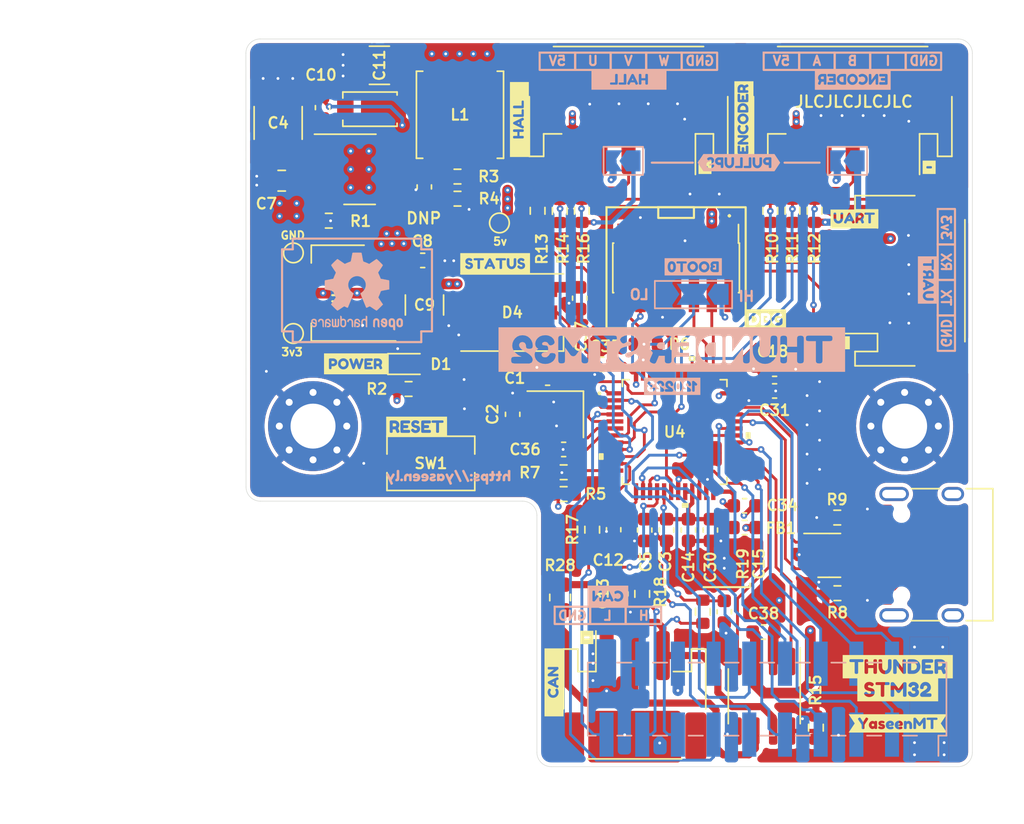
<source format=kicad_pcb>
(kicad_pcb (version 20241229) (generator "pcbnew") (generator_version "9.0")
  (title_block (title "THUNDER STM32") (date "2023-02-12") (rev "v1.0") (company "Yaseen M. Twati") (comment 1 "https://yaseen.ly"))
  (layers (0 "F.Cu" signal "Front") (4 "In1.Cu" power "GND") (6 "In2.Cu" power "POWER") (2 "B.Cu" signal "Back") (13 "F.Paste" user) (15 "B.Paste" user) (5 "F.SilkS" user "F.Silkscreen") (7 "B.SilkS" user "B.Silkscreen") (1 "F.Mask" user) (3 "B.Mask" user) (25 "Edge.Cuts" user))
  (net 0 "")
  (net 1 "+36V")
  (net 2 "GND")
  (net 3 "Net-(C10-Pad1)")
  (net 4 "Net-(C10-Pad2)")
  (net 5 "HSE_IN")
  (net 6 "+5V")
  (net 7 "+3V3")
  (net 8 "HSE_OUT")
  (net 9 "+3.3VA")
  (net 10 "NRST")
  (net 12 "RGB_LED")
  (net 14 "VBUS")
  (net 15 "Net-(J2-PadA5)")
  (net 16 "C_D+")
  (net 17 "C_D-")
  (net 19 "Net-(J2-PadB5)")
  (net 21 "Net-(D1-Pad2)")
  (net 23 "SPI_SCK")
  (net 24 "SPI_MOSI")
  (net 25 "SPI_MISO")
  (net 26 "ENC_B")
  (net 27 "ENC_A")
  (net 28 "Net-(R1-Pad2)")
  (net 29 "/Power/B_FB")
  (net 30 "CAN_H")
  (net 31 "CAN_L")
  (net 32 "UART_RX")
  (net 33 "UART_TX")
  (net 36 "SWDIO")
  (net 37 "SWCLK")
  (net 38 "ENC_I")
  (net 39 "HALL_W")
  (net 40 "HALL_V")
  (net 41 "DRV_FAULT")
  (net 42 "HALL_U")
  (net 45 "VM_SENSE")
  (net 46 "BOOT0")
  (net 47 "Net-(R15-Pad2)")
  (net 48 "DRV_nCS")
  (net 49 "CAN_RX")
  (net 50 "CURU")
  (net 51 "CURW")
  (net 52 "UL")
  (net 53 "VH")
  (net 54 "VL")
  (net 55 "Net-(JP4-Pad2)")
  (net 56 "DRV_EN")
  (net 57 "CAN_TX")
  (net 58 "Net-(C6-Pad1)")
  (net 59 "CURV")
  (net 60 "D-")
  (net 61 "D+")
  (net 62 "WL")
  (net 63 "WH")
  (net 64 "UH")
  (net 70 "Net-(JP1-Pad1)")
  (net 71 "Net-(JP3-Pad1)")
  (net 72 "CURU_FLT")
  (net 73 "CURV_FLT")
  (net 74 "CURW_FLT")
  (footprint "Resistor_SMD:R_0603_1608Metric" (layer "F.Cu") (at 146.3878 108.9156 90)
    (property "Reference" "R17")
    (property "Value" "1k")
  )
  (footprint "Capacitor_SMD:C_0603_1608Metric" (layer "F.Cu") (at 134.324055 89.739021)
    (property "Reference" "C8")
    (property "Value" "100n")
  )
  (footprint "TestPoint:TestPoint_Pad_D1.0mm" (layer "F.Cu") (at 125.121745 89.2052)
    (property "Reference" "TP6" (hide yes))
    (property "Value" "TP_GND")
  )
  (footprint "Connector_JST:JST_PH_S3B-PH-SM4-TB_1x03-1MP_P2.00mm_Horizontal" (layer "F.Cu") (at 149.4104 120.7266)
    (property "Reference" "J5" (hide yes))
    (property "Value" "CAN")
  )
  (footprint "Connector_JST:JST_PH_S4B-PH-SM4-TB_1x04-1MP_P2.00mm_Horizontal" (layer "F.Cu") (at 168.4016 91.1864 90)
    (property "Reference" "J6" (hide yes))
    (property "Value" "UART")
  )
  (footprint "Resistor_SMD:R_0603_1608Metric" (layer "F.Cu") (at 144.3558 104.8262)
    (property "Reference" "R7")
    (property "Value" "2K2")
  )
  (footprint "LED_SMD:LED_WS2812_PLCC6_5.0x5.0mm_P1.6mm" (layer "F.Cu") (at 140.6982 93.447 180)
    (property "Reference" "D4")
    (property "Value" "WS2812")
  )
  (footprint "kibuzzard-63E7B969" (layer "F.Cu") (at 168.1302 118.6692)
    (property "Reference" "kibuzzard-63E7B969" (hide yes))
    (property "Value" "G***" (hide yes))
  )
  (footprint "Capacitor_SMD:C_0603_1608Metric" (layer "F.Cu") (at 140.7262 100.6996 90)
    (property "Reference" "C2")
    (property "Value" "24p")
  )
  (footprint "Resistor_SMD:R_0603_1608Metric" (layer "F.Cu") (at 150.1978 95.7076)
    (property "Reference" "R6")
    (property "Value" "10K")
  )
  (footprint "Capacitor_SMD:C_1812_4532Metric" (layer "F.Cu") (at 124.037055 79.949821 -90)
    (property "Reference" "C4")
    (property "Value" "4.7u/100v")
  )
  (footprint "Capacitor_SMD:C_1210_3225Metric" (layer "F.Cu") (at 131.244056 75.845621)
    (property "Reference" "C11")
    (property "Value" "10u/50v")
  )
  (footprint "Capacitor_SMD:C_1210_3225Metric" (layer "F.Cu") (at 134.451055 92.914021 -90)
    (property "Reference" "C9")
    (property "Value" "10u/50v")
  )
  (footprint "LED_SMD:LED_0603_1608Metric" (layer "F.Cu") (at 133.3321 97.1173)
    (property "Reference" "D1")
    (property "Value" "PWR")
  )
  (footprint "Crystal:Crystal_SMD_3225-4Pin_3.2x2.5mm" (layer "F.Cu") (at 143.7638 100.6996 180)
    (property "Reference" "Y1" (hide yes))
    (property "Value" "20Mhz")
  )
  (footprint "TestPoint:TestPoint_Pad_D1.0mm" (layer "F.Cu") (at 125.121745 94.9456)
    (property "Reference" "TP2" (hide yes))
    (property "Value" "TP_3V3")
  )
  (footprint "MountingHole:MountingHole_3.2mm_M3_Pad_Via" (layer "F.Cu") (at 168.620055 101.540021)
    (property "Reference" "H2" (hide yes))
    (property "Value" "MountingHole_Pad")
  )
  (footprint "kibuzzard-63E226B2" (layer "F.Cu") (at 129.5476 97.1046)
    (property "Reference" "kibuzzard-63E226B2" (hide yes))
    (property "Value" "G***" (hide yes))
  )
  (footprint "kibuzzard-63E7472F" (layer "F.Cu") (at 143.67 119.7868 90)
    (property "Reference" "kibuzzard-63E7472F" (hide yes))
    (property "Value" "G***" (hide yes))
  )
  (footprint "LMR16020:LMR16020PDDAR" (layer "F.Cu") (at 129.847056 83.254021)
    (property "Reference" "U3" (hide yes))
    (property "Value" "LMR16020PDDAR" (hide yes))
  )
  (footprint "kibuzzard-63E7B963" (layer "F.Cu") (at 168.1302 120.2948)
    (property "Reference" "kibuzzard-63E7B963" (hide yes))
    (property "Value" "G***" (hide yes))
  )
  (footprint "SS2PH10:SS2PH10-M3&slash_85A" (layer "F.Cu") (at 130.570705 78.968371 180)
    (property "Reference" "D2" (hide yes))
    (property "Value" "SS2PH10" (hide yes))
  )
  (footprint "kibuzzard-63E20551" (layer "F.Cu") (at 133.891 101.575)
    (property "Reference" "kibuzzard-63E20551" (hide yes))
    (property "Value" "G***" (hide yes))
  )
  (footprint "Connector_USB:USB_C_Receptacle_HRO_TYPE-C-31-M-12" (layer "F.Cu") (at 171.0016 110.6936 90)
    (property "Reference" "J2" (hide yes))
    (property "Value" "USB")
  )
  (footprint "kibuzzard-63E27A2B" (layer "F.Cu") (at 168.1302 122.7078)
    (property "Reference" "kibuzzard-63E27A2B" (hide yes))
    (property "Value" "G***" (hide yes))
  )
  (footprint "Resistor_SMD:R_0603_1608Metric" (layer "F.Cu") (at 127.642855 86.912221 180)
    (property "Reference" "R1")
    (property "Value" "30k")
  )
  (footprint "Resistor_SMD:R_0603_1608Metric" (layer "F.Cu") (at 162.3074 123.0126 -90)
    (property "Reference" "R15")
    (property "Value" "10K")
  )
  (footprint "Capacitor_SMD:C_0603_1608Metric" (layer "F.Cu") (at 148.4198 113.4876 90)
    (property "Reference" "C13")
    (property "Value" "1n")
  )
  (footprint "Resistor_SMD:R_0603_1608Metric" (layer "F.Cu") (at 163.8254 108.052)
    (property "Reference" "R9")
    (property "Value" "5.1k")
  )
  (footprint "Resistor_SMD:R_0603_1608Metric" (layer "F.Cu") (at 159.0624 86.208 -90)
    (property "Reference" "R10")
    (property "Value" "3k3")
  )
  (footprint "Capacitor_SMD:C_0603_1608Metric" (layer "F.Cu") (at 127.198855 78.860421 90)
    (property "Reference" "C10")
    (property "Value" "100n")
  )
  (footprint "Capacitor_SMD:C_0603_1608Metric" (layer "F.Cu") (at 147.9118 108.9156 90)
    (property "Reference" "C12")
    (property "Value" "1n")
  )
  (footprint "Package_TO_SOT_SMD:SOT-23-6" (layer "F.Cu") (at 163.2589 110.7444)
    (property "Reference" "U10" (hide yes))
    (property "Value" "USBLC6-2SC6")
  )
  (footprint "TestPoint:TestPoint_Pad_D1.0mm" (layer "F.Cu") (at 139.7838 87.0716 -90)
    (property "Reference" "TP3" (hide yes))
    (property "Value" "TP_5")
  )
  (footprint "Resistor_SMD:R_0603_1608Metric" (layer "F.Cu") (at 136.801055 85.345221)
    (property "Reference" "R4")
    (property "Value" "17.8k")
  )
  (footprint "Resistor_SMD:R_0603_1608Metric" (layer "F.Cu") (at 163.8376 113.4368 180)
    (property "Reference" "R8")
    (property "Value" "5.1k")
  )
  (footprint "kibuzzard-63E7BAE4" (layer "F.Cu") (at 164.244 95.606 90)
    (property "Reference" "kibuzzard-63E7BAE4" (hide yes))
    (property "Value" "G***" (hide yes))
  )
  (footprint "kibuzzard-63E745D3" (layer "F.Cu") (at 165.0314 86.7922)
    (property "Reference" "kibuzzard-63E745D3" (hide yes))
    (property "Value" "G***" (hide yes))
  )
  (footprint "kibuzzard-63E7BAE4" (layer "F.Cu") (at 154.4142 83.1092)
    (property "Reference" "kibuzzard-63E7BAE4" (hide yes))
    (property "Value" "G***" (hide yes))
  )
  (footprint "Capacitor_SMD:C_0603_1608Metric" (layer "F.Cu") (at 157.2336 107.2138)
    (property "Reference" "C34")
    (property "Value" "100n")
  )
  (footprint "Connector_PinHeader_1.27mm:PinHeader_2x07_P1.27mm_Vertical_SMD" (layer "F.Cu") (at 152.3568 90.272 -90)
    (property "Reference" "J7" (hide yes))
    (property "Value" "DEBUG")
  )
  (footprint "Capacitor_SMD:C_0603_1608Metric" (layer "F.Cu") (at 155.7858 114.7576 90)
    (property "Reference" "C15")
    (property "Value" "1n")
  )
  (footprint "Resistor_SMD:R_0603_1608Metric" (layer "F.Cu") (at 162.212 86.208 -90)
    (property "Reference" "R12")
    (property "Value" "3k3")
  )
  (footprint "Resistor_SMD:R_0603_1608Metric" (layer "F.Cu") (at 149.9438 113.4876 90)
    (property "Reference" "R18")
    (property "Value" "1k")
  )
  (footprint "Capacitor_SMD:C_0603_1608Metric" (layer "F.Cu") (at 150.1216 108.941 -90)
    (property "Reference" "C5")
    (property "Value" "1u")
  )
  (footprint "Package_SO:SOIC-8_3.9x4.9mm_P1.27mm" (layer "F.Cu") (at 158.6306 120.7774 -90)
    (property "Reference" "U11" (hide yes))
    (property "Value" "MCP2551-I-SN")
  )
  (footprint "Resistor_SMD:R_0603_1608Metric" (layer "F.Cu") (at 142.5016 86.208 -90)
    (property "Reference" "R13")
    (property "Value" "3k3")
  )
  (footprint "Capacitor_SMD:C_0603_1608Metric" (layer "F.Cu") (at 144.3558 103.2006)
    (property "Reference" "C36")
    (property "Value" "100n")
  )
  (footprint "Capacitor_SMD:C_0805_2012Metric" (layer "F.Cu") (at 124.291055 84.064621)
    (property "Reference" "C7")
    (property "Value" "100n/100v")
  )
  (footprint "kibuzzard-63E22431" (layer "F.Cu") (at 141.2062 79.706616 90)
    (property "Reference" "kibuzzard-63E22431" (hide yes))
    (property "Value" "G***" (hide yes))
  )
  (footprint "MountingHole:MountingHole_3.2mm_M3_Pad_Via" (layer "F.Cu") (at 126.520055 101.540021)
    (property "Reference" "H1" (hide yes))
    (property "Value" "MountingHole_Pad")
  )
  (footprint "Capacitor_SMD:C_0603_1608Metric" (layer "F.Cu") (at 145.4988 92.431 -90)
    (property "Reference" "C37")
    (property "Value" "100n")
  )
  (footprint "Resistor_SMD:R_0603_1608Metric" (layer "F.Cu") (at 160.6372 86.208 -90)
    (property "Reference" "R11")
    (property "Value" "3k3")
  )
  (footprint "Resistor_SMD:R_0603_1608Metric" (layer "F.Cu") (at 136.800055 83.770421 180)
    (property "Reference" "R3")
    (property "Value" "100k")
  )
  (footprint "TS-11-1-C-W:TS-1101-C-W" (layer "F.Cu") (at 134.907 104.1912 180)
    (property "Reference" "SW1")
    (property "Value" "TS-1101-C-W" (hide yes))
  )
  (footprint "kibuzzard-63E7BAE4" (layer "F.Cu") (at 170.3654 83.1092)
    (property "Reference" "kibuzzard-63E7BAE4" (hide yes))
    (property "Value" "G***" (hide yes))
  )
  (footprint "Connector_JST:JST_PH_S5B-PH-SM4-TB_1x05-1MP_P2.00mm_Horizontal" (layer "F.Cu") (at 164.923545 79.0198 180)
    (property "Reference" "J4" (hide yes))
    (property "Value" "ENCODER")
  )
  (footprint "kibuzzard-63E7BAE4" (layer "F.Cu") (at 146.0068 116.5864 180)
    (property "Reference" "kibuzzard-63E7BAE4" (hide yes))
    (property "Value" "G***" (hide yes))
  )
  (footprint "Resistor_SMD:R_0603_1608Metric" (layer "F.Cu") (at 144.3558 106.3756 180)
    (property "Reference" "R5")
    (property "Value" "39K")
  )
  (footprint "Resistor_SMD:R_0603_1608Metric" (layer "F.Cu") (at 133.32 98.8953)
    (property "Reference" "R2")
    (property "Value" "220R")
  )
  (footprint "Resistor_SMD:R_0603_1608Metric" (layer "F.Cu") (at 144.0764 86.2202 -90)
    (property "Reference" "R14")
    (property "Value" "3k3")
  )
  (footprint "Capacitor_SMD:C_0603_1608Metric" (layer "F.Cu") (at 158.5798 116.2054)
    (property "Reference" "C38")
    (property "Value" "100n")
  )
  (footprint "Capacitor_SMD:C_0603_1608Metric" (layer "F.Cu") (at 151.679466 108.941 -90)
    (property "Reference" "C3")
    (property "Value" "10n")
  )
  (footprint "Package_TO_SOT_SMD:SOT-223-3_TabPin2" (layer "F.Cu") (at 128.304255 92.069611 180)
    (property "Reference" "U2")
    (property "Value" "LD1117S33TR_SOT223")
  )
  (footprint "Resistor_SMD:R_0603_1608Metric" (layer "F.Cu") (at 154.2618 114.7576 90)
    (property "Reference" "R19")
    (property "Value" "1k")
  )
  (footprint "Resistor_SMD:R_0603_1608Metric" (layer "F.Cu") (at 145.6512 86.208 -90)
    (property "Reference" "R16")
    (property "Value" "3k3")
  )
  (footprint "Capacitor_SMD:C_0603_1608Metric" (layer "F.Cu") (at 134.437855 84.507021 -90)
    (property "Reference" "C6" (hide yes))
    (property "Value" "DNP")
  )
  (footprint "Capacitor_SMD:C_0603_1608Metric" (layer "F.Cu") (at 159.3672 99.035)
    (property "Reference" "C31")
    (property "Value" "100n")
  )
  (footprint "kibuzzard-63E2237C" (layer "F.Cu") (at 157.1828 79.6802 90)
    (property "Reference" "kibuzzard-63E2237C" (hide yes))
    (property "Value" "G***" (hide yes))
  )
  (footprint "Inductor_SMD:L_0603_1608Metric" (layer "F.Cu") (at 157.2336 108.7632)
    (property "Reference" "FB1")
    (property "Value" "600 @ 100Mhz")
  )
  (footprint "Capacitor_SMD:C_0603_1608Metric" (layer "F.Cu") (at 143.2128 98.1206 180)
    (property "Reference" "C1")
    (property "Value" "24p")
  )
  (footprint "Connector_JST:JST_PH_S5B-PH-SM4-TB_1x05-1MP_P2.00mm_Horizontal" (layer "F.Cu") (at 148.972345 79.0198 180)
    (property "Reference" "J3" (hide yes))
    (property "Value" "HALL")
  )
  (footprint "Capacitor_SMD:C_0603_1608Metric" (layer "F.Cu") (at 147.0736 97.13 180)
    (property "Reference" "C35")
    (property "Value" "100n")
  )
  (footprint "kibuzzard-63E20582" (layer "F.Cu") (at 158.7322 93.9296)
    (property "Reference" "kibuzzard-63E20582" (hide yes))
    (property "Value" "G***" (hide yes))
  )
  (footprint "Capacitor_SMD:C_0603_1608Metric" (layer "F.Cu") (at 154.7952 108.941 -90)
    (property "Reference" "C30")
    (property "Value" "1u")
  )
  (footprint "Resistor_SMD:R_0805_2012Metric" (layer "F.Cu") (at 144.1018 113.7416 90)
    (property "Reference" "R28")
    (property "Value" "120")
  )
  (footprint "STM32G474CBT6:STM32G473CBT6" (layer "F.Cu") (at 152.2552 101.956)
    (property "Reference" "U4")
    (property "Value" "STM32G473CBT6" (hide yes))
  )
  (footprint "Inductor_SMD:L_Bourns_SRN6045TA" (layer "F.Cu") (at 136.977855 79.368421 90)
    (property "Reference" "L1")
    (property "Value" "15uH/2.5A")
  )
  (footprint "Capacitor_SMD:C_0603_1608Metric" (layer "F.Cu") (at 159.3672 97.4856)
    (property "Reference" "C18")
    (property "Value" "4u7/10v")
  )
  (footprint "Capacitor_SMD:C_0603_1608Metric" (layer "F.Cu") (at 153.237332 108.941 -90)
    (property "Reference" "C14")
    (property "Value" "10n")
  )
  (footprint "kibuzzard-63E226B8" (layer "F.Cu") (at 139.479 89.9672)
    (property "Reference" "kibuzzard-63E226B8" (hide yes))
    (property "Value" "G***" (hide yes))
  )
  (footprint "kibuzzard-63E7C35B" (layer "B.Cu") (at 170.2384 91.1356 90)
    (property "Reference" "kibuzzard-63E7C35B" (hide yes))
    (property "Value" "G***" (hide yes))
  )
  (footprint "kibuzzard-63E22431" (layer "B.Cu") (at 149.004 76.9116 180)
    (property "Reference" "kibuzzard-63E22431" (hide yes))
    (property "Value" "G***" (hide yes))
  )
  (footprint "Jumper:SolderJumper-3_P2.0mm_Open_TrianglePad1.0x1.5mm" (layer "B.Cu") (at 153.5948 92.1516)
    (property "Reference" "JP4" (hide yes))
    (property "Value" "BOOT0")
  )
  (footprint "kibuzzard-63E7C4E3" (layer "B.Cu") (at 152.052 96.0886 180)
    (property "Reference" "kibuzzard-63E7C4E3" (hide yes))
    (property "Value" "G***" (hide yes))
  )
  (footprint "kibuzzard-63E7DB83" (layer "B.Cu") (at 147.5042 113.64 180)
    (property "Reference" "kibuzzard-63E7DB83" (hide yes))
    (property "Value" "G***" (hide yes))
  )
  (footprint "kibuzzard-63E7C572" (layer "B.Cu") (at 153.576 90.1958 180)
    (property "Reference" "kibuzzard-63E7C572" (hide yes))
    (property "Value" "G***" (hide yes))
  )
  (footprint "kibuzzard-63E7C57F" (layer "B.Cu") (at 156.8272 82.779 180)
    (property "Reference" "kibuzzard-63E7C57F" (hide yes))
    (property "Value" "G***" (hide yes))
  )
  (footprint "kibuzzard-63E2237C" (layer "B.Cu") (at 164.9298 76.9116 180)
    (property "Reference" "kibuzzard-63E2237C" (hide yes))
    (property "Value" "G***" (hide yes))
  )
  (footprint "Jumper:SolderJumper-2_P1.3mm_Open_TrianglePad1.0x1.5mm" (layer "B.Cu") (at 164.5488 82.652 180)
    (property "Reference" "JP1" (hide yes))
    (property "Value" "ENC_PULLUP")
  )
  (footprint "kibuzzard-63E8CFE4" (layer "B.Cu") (at 152.0774 98.7048 180)
    (property "Reference" "kibuzzard-63E8CFE4" (hide yes))
    (property "Value" "G***" (hide yes))
  )
  (footprint "Jumper:SolderJumper-2_P1.3mm_Open_TrianglePad1.0x1.5mm" (layer "B.Cu") (at 148.5976 82.652 180)
    (property "Reference" "JP3" (hide yes))
    (property "Value" "HALL_PULLUP")
  )
  (footprint "Connector_PinHeader_2.54mm:PinHeader_2x10_P2.54mm_Vertical_SMD" (layer "B.Cu") (at 158.835055 120.981021 90)
    (property "Reference" "J1" (hide yes))
    (property "Value" "HEADER")
  )
  (footprint "kibuzzard-63E27F9D" (layer "B.Cu") (at 136.1516 105.1818 180)
    (property "Reference" "kibuzzard-63E27F9D" (hide yes))
    (property "Value" "G***" (hide yes))
  )
  (footprint "Symbol:OSHW-Logo2_7.3x6mm_SilkScreen" (layer "B.Cu") (at 129.6492 91.9484 180)
    (property "Reference" "H3" (hide yes))
    (property "Value" "OSHW LOGO" (hide yes))
  )
  (gr_rect (start 147.4038 85.954) (end 157.3098 94.5646) (stroke (width 0.1524)) (fill no) (layer "F.SilkS"))
  (gr_rect (start 151.0868 85.954) (end 153.6268 86.716) (stroke (width 0.1524)) (fill no) (layer "F.SilkS"))
  (gr_line (start 157.6146 113.005) (end 157.6146 112.751) (stroke (width 0.1524)) (layer "F.SilkS"))
  (gr_line (start 155.8366 113.005) (end 154.3126 113.005) (stroke (width 0.1524)) (layer "F.SilkS"))
  (gr_line (start 155.8366 113.005) (end 157.6146 113.005) (stroke (width 0.1524)) (layer "F.SilkS"))
  (gr_line (start 134.9832 94.7932) (end 134.2212 94.7932) (stroke (width 0.1524)) (layer "B.SilkS"))
  (gr_line (start 134.9832 88.9512) (end 134.9832 94.7932) (stroke (width 0.1524)) (layer "B.SilkS"))
  (gr_line (start 134.2212 95.5552) (end 125.0772 95.5552) (stroke (width 0.1524)) (layer "B.SilkS"))
  (gr_rect (start 150.2305 74.9456) (end 152.7505 76.175) (stroke (width 0.1524)) (fill no) (layer "B.SilkS"))
  (gr_rect (start 163.6444 74.9456) (end 166.1644 76.175) (stroke (width 0.1524)) (fill no) (layer "B.SilkS"))
  (gr_rect (start 170.975 93.6602) (end 172.2044 96.1802) (stroke (width 0.1524)) (fill no) (layer "B.SilkS"))
  (gr_rect (start 170.975 86.0783) (end 172.2044 88.5983) (stroke (width 0.1524)) (fill no) (layer "B.SilkS"))
  (gr_rect (start 170.975 91.1329) (end 172.2044 93.6529) (stroke (width 0.1524)) (fill no) (layer "B.SilkS"))
  (gr_line (start 125.0772 94.7932) (end 124.3152 94.7932) (stroke (width 0.1524)) (layer "B.SilkS"))
  (gr_rect (start 168.699 74.9456) (end 171.219 76.175) (stroke (width 0.1524)) (fill no) (layer "B.SilkS"))
  (gr_rect (start 152.7578 74.9456) (end 155.2778 76.175) (stroke (width 0.1524)) (fill no) (layer "B.SilkS"))
  (gr_rect (start 166.1717 74.9456) (end 168.6917 76.175) (stroke (width 0.1524)) (fill no) (layer "B.SilkS"))
  (gr_rect (start 142.6486 74.9456) (end 145.1686 76.175) (stroke (width 0.1524)) (fill no) (layer "B.SilkS"))
  (gr_rect (start 145.1759 74.9456) (end 147.6959 76.175) (stroke (width 0.1524)) (fill no) (layer "B.SilkS"))
  (gr_line (start 124.3152 88.9512) (end 125.0772 88.9512) (stroke (width 0.1524)) (layer "B.SilkS"))
  (gr_rect (start 148.7715 114.402) (end 151.2915 115.6314) (stroke (width 0.1524)) (fill no) (layer "B.SilkS"))
  (gr_rect (start 158.5898 74.9456) (end 161.1098 76.175) (stroke (width 0.1524)) (fill no) (layer "B.SilkS"))
  (gr_rect (start 170.975 88.6056) (end 172.2044 91.1256) (stroke (width 0.1524)) (fill no) (layer "B.SilkS"))
  (gr_rect (start 161.1171 74.9456) (end 163.6371 76.175) (stroke (width 0.1524)) (fill no) (layer "B.SilkS"))
  (gr_rect (start 143.7169 114.402) (end 146.2369 115.6314) (stroke (width 0.1524)) (fill no) (layer "B.SilkS"))
  (gr_rect (start 147.7032 74.9456) (end 150.2232 76.175) (stroke (width 0.1524)) (fill no) (layer "B.SilkS"))
  (gr_line (start 134.2212 94.7932) (end 134.2212 95.5552) (stroke (width 0.1524)) (layer "B.SilkS"))
  (gr_rect (start 146.2442 114.402) (end 148.7642 115.6314) (stroke (width 0.1524)) (fill no) (layer "B.SilkS"))
  (gr_line (start 150.6296 82.779) (end 153.5506 82.779) (stroke (width 0.1524)) (layer "B.SilkS"))
  (gr_line (start 125.0772 88.1892) (end 134.2212 88.1892) (stroke (width 0.1524)) (layer "B.SilkS"))
  (gr_line (start 160.0784 82.779) (end 162.5676 82.779) (stroke (width 0.1524)) (layer "B.SilkS"))
  (gr_line (start 134.2212 88.1892) (end 134.2212 88.9512) (stroke (width 0.1524)) (layer "B.SilkS"))
  (gr_line (start 124.3152 94.7932) (end 124.3152 88.9512) (stroke (width 0.1524)) (layer "B.SilkS"))
  (gr_line (start 134.2212 88.9512) (end 134.9832 88.9512) (stroke (width 0.1524)) (layer "B.SilkS"))
  (gr_line (start 125.0772 95.5552) (end 125.0772 94.7932) (stroke (width 0.1524)) (layer "B.SilkS"))
  (gr_line (start 125.0772 88.9512) (end 125.0772 88.1892) (stroke (width 0.1524)) (layer "B.SilkS"))
  (gr_line (start 122.767055 106.884003) (end 141.436055 106.884021) (stroke (width 0.0381)) (layer "Edge.Cuts"))
  (gr_arc (start 172.424055 73.971021) (mid 173.142498 74.268578) (end 173.440055 74.987021) (stroke (width 0.0381)) (layer "Edge.Cuts"))
  (gr_line (start 143.468073 125.78902) (end 172.424056 125.78902) (stroke (width 0.0381)) (layer "Edge.Cuts"))
  (gr_arc (start 122.767055 106.884003) (mid 122.048611 106.586448) (end 121.751056 105.868004) (stroke (width 0.0381)) (layer "Edge.Cuts"))
  (gr_arc (start 141.436055 106.884021) (mid 142.154498 107.181577) (end 142.452054 107.90002) (stroke (width 0.0381)) (layer "Edge.Cuts"))
  (gr_arc (start 173.440055 124.773021) (mid 173.142466 125.491431) (end 172.424056 125.78902) (stroke (width 0.0381)) (layer "Edge.Cuts"))
  (gr_line (start 121.742475 74.987021) (end 121.751056 105.868004) (stroke (width 0.0381)) (layer "Edge.Cuts"))
  (gr_line (start 173.440055 124.773021) (end 173.440055 74.987021) (stroke (width 0.0381)) (layer "Edge.Cuts"))
  (gr_line (start 142.452074 124.773021) (end 142.452054 107.90002) (stroke (width 0.0381)) (layer "Edge.Cuts"))
  (gr_arc (start 121.742475 74.987021) (mid 122.04005 74.268596) (end 122.758475 73.971021) (stroke (width 0.0381)) (layer "Edge.Cuts"))
  (gr_line (start 172.424055 73.971021) (end 122.758475 73.971021) (stroke (width 0.0381)) (layer "Edge.Cuts"))
  (gr_arc (start 143.468073 125.78902) (mid 142.749617 125.491477) (end 142.452074 124.773021) (stroke (width 0.0381)) (layer "Edge.Cuts"))
  (gr_text "3v3" (at 125.0264 96.2664 0) (layer "F.SilkS") (effects (font (size 0.5588 0.5588) (thickness 0.127))))
  (gr_text "GND" (at 125.0772 87.9606 0) (layer "F.SilkS") (effects (font (size 0.5588 0.5588) (thickness 0.127))))
  (gr_text "." (at 155.862 86.5636 90) (layer "F.SilkS") (effects (font (size 0.7112 0.7112) (thickness 0.1778))))
  (gr_text "DNP" (at 134.399 86.7414 0) (layer "F.SilkS") (effects (font (size 0.8128 0.8128) (thickness 0.1524))))
  (gr_text "JLCJLCJLCJLC" (at 165.006 78.4356 0) (layer "F.SilkS") (effects (font (size 0.8128 0.8128) (thickness 0.1524))))
  (gr_text "5v" (at 139.8346 88.3924 0) (layer "F.SilkS") (effects (font (size 0.5588 0.5588) (thickness 0.127))))
  (gr_text "V" (at 148.9632 75.5303 0) (layer "B.SilkS") (effects (font (size 0.6604 0.6604) (thickness 0.1524)) (justify mirror)))
  (gr_text "3v3" (at 171.5597 87.3864 -90) (layer "B.SilkS") (effects (font (size 0.6604 0.6604) (thickness 0.1524)) (justify mirror)))
  (gr_text "5V" (at 159.8498 75.5303 0) (layer "B.SilkS") (effects (font (size 0.6604 0.6604) (thickness 0.1524)) (justify mirror)))
  (gr_text "GND" (at 171.5597 94.9202 -90) (layer "B.SilkS") (effects (font (size 0.6604 0.6604) (thickness 0.1524)) (justify mirror)))
  (gr_text "W" (at 151.4905 75.5303 0) (layer "B.SilkS") (effects (font (size 0.6604 0.6604) (thickness 0.1524)) (justify mirror)))
  (gr_text "LO" (at 149.7406 92.177 0) (layer "B.SilkS") (effects (font (size 0.7112 0.7112) (thickness 0.1651)) (justify mirror)))
  (gr_text "L" (at 147.5042 115.037 0) (layer "B.SilkS") (effects (font (size 0.6604 0.6604) (thickness 0.1524)) (justify mirror)))
  (gr_text "GND" (at 144.9769 115.037 0) (layer "B.SilkS") (effects (font (size 0.6604 0.6604) (thickness 0.1524)) (justify mirror)))
  (gr_text "GND" (at 154.0432 75.5298 0) (layer "B.SilkS") (effects (font (size 0.6604 0.6604) (thickness 0.1524)) (justify mirror)))
  (gr_text "U" (at 146.4359 75.5303 0) (layer "B.SilkS") (effects (font (size 0.6604 0.6604) (thickness 0.1524)) (justify mirror)))
  (gr_text "B" (at 164.9044 75.5303 0) (layer "B.SilkS") (effects (font (size 0.6604 0.6604) (thickness 0.1524)) (justify mirror)))
  (gr_text "A" (at 162.3771 75.5303 0) (layer "B.SilkS") (effects (font (size 0.6604 0.6604) (thickness 0.1524)) (justify mirror)))
  (gr_text "GND" (at 169.9844 75.5298 0) (layer "B.SilkS") (effects (font (size 0.6604 0.6604) (thickness 0.1524)) (justify mirror)))
  (gr_text "HI" (at 157.3606 92.304 0) (layer "B.SilkS") (effects (font (size 0.7112 0.7112) (thickness 0.1651)) (justify mirror)))
  (gr_text "5V" (at 143.9086 75.5303 0) (layer "B.SilkS") (effects (font (size 0.6604 0.6604) (thickness 0.1524)) (justify mirror)))
  (gr_text "RX" (at 171.5597 89.8656 -90) (layer "B.SilkS") (effects (font (size 0.6604 0.6604) (thickness 0.1524)) (justify mirror)))
  (gr_text "I" (at 167.4317 75.5303 0) (layer "B.SilkS") (effects (font (size 0.6604 0.6604) (thickness 0.1524)) (justify mirror)))
  (gr_text "TX" (at 171.5597 92.3929 -90) (layer "B.SilkS") (effects (font (size 0.6604 0.6604) (thickness 0.1524)) (justify mirror)))
  (gr_text "H" (at 150.0569 115.0365 0) (layer "B.SilkS") (effects (font (size 0.6604 0.6604) (thickness 0.1524)) (justify mirror)))
  (segment (start 143.9748 107.2646) (end 143.9748 106.5026) (width 0.254) (layer "F.Cu") (net 1))
  (segment (start 143.9748 106.5026) (end 143.8478 106.3756) (width 0.254) (layer "F.Cu") (net 1))
  (segment (start 124.171021 81.999821) (end 124.037055 81.999821) (width 1.27) (layer "F.Cu") (net 1))
  (segment (start 143.8478 106.3756) (end 143.5308 106.3756) (width 0.254) (layer "F.Cu") (net 1))
  (via (at 125.3566 85.6746) (size 0.47) (drill 0.2) (layers "F.Cu" "B.Cu") (net 1))
  (via (at 146.448579 118.430621) (size 0.47) (drill 0.2) (layers "F.Cu" "B.Cu") (net 1))
  (via (at 124.1374 85.6746) (size 0.47) (drill 0.2) (layers "F.Cu" "B.Cu") (net 1))
  (via (at 124.1374 86.589) (size 0.47) (drill 0.2) (layers "F.Cu" "B.Cu") (net 1))
  (via (at 146.4386 117.7548) (size 0.47) (drill 0.2) (layers "F.Cu" "B.Cu") (net 1))
  (via (at 125.3566 86.589) (size 0.47) (drill 0.2) (layers "F.Cu" "B.Cu") (net 1))
  (via (at 143.9748 107.2646) (size 0.47) (drill 0.2) (layers "F.Cu" "B.Cu") (net 1))
  (via (at 146.4386 119.6598) (size 0.47) (drill 0.2) (layers "F.Cu" "B.Cu") (net 1))
  (segment (start 153.237332 109.716) (end 154.7952 109.716) (width 0.3048) (layer "F.Cu") (net 2))
  (segment (start 163.0126 113.1452) (end 162.5168 112.6494) (width 0.254) (layer "F.Cu") (net 2))
  (segment (start 163.0004 108.052) (end 162.3644 108.052) (width 0.2032) (layer "F.Cu") (net 2))
  (segment (start 152.5052 105.355465) (end 152.544121 105.316544) (width 0.3048) (layer "F.Cu") (net 2))
  (segment (start 142.4508 97.3586) (end 142.4378 97.3716) (width 0.2032) (layer "F.Cu") (net 2))
  (segment (start 153.6268 88.322) (end 153.0114 88.322) (width 0.508) (layer "F.Cu") (net 2))
  (segment (start 140.7236 99.922) (end 140.7262 99.9246) (width 0.2032) (layer "F.Cu") (net 2))
  (segment (start 144.2034 104.8262) (end 144.2288 104.8516) (width 0.2032) (layer "F.Cu") (net 2))
  (segment (start 134.431645 94.369611) (end 134.451055 94.389021) (width 0.762) (layer "F.Cu") (net 2))
  (segment (start 153.6268 88.322) (end 152.3568 88.322) (width 0.762) (layer "F.Cu") (net 2))
  (segment (start 159.2656 118.3024) (end 159.2656 116.2946) (width 0.762) (layer "F.Cu") (net 2))
  (segment (start 148.5852 114.2626) (end 149.1056 114.783) (width 0.2032) (layer "F.Cu") (net 2))
  (segment (start 150.005199 97.706001) (end 150.005199 96.840001) (width 0.3048) (layer "F.Cu") (net 2))
  (segment (start 157.523599 99.705999) (end 157.5384 99.7208) (width 0.3048) (layer "F.Cu") (net 2))
  (segment (start 134.451055 94.389021) (end 136.179221 94.389021) (width 0.762) (layer "F.Cu") (net 2))
  (segment (start 147.9118 109.5506) (end 147.4038 109.0426) (width 0.2032) (layer "F.Cu") (net 2))
  (segment (start 155.7858 116.1546) (end 155.9128 116.2816) (width 0.2032) (layer "F.Cu") (net 2))
  (segment (start 136.8372 95.047) (end 136.8884 95.047) (width 0.762) (layer "F.Cu") (net 2))
  (segment (start 145.1562 93.206) (end 144.7368 92.7866) (width 0.508) (layer "F.Cu") (net 2))
  (segment (start 159.3548 114.2874) (end 159.6974 113.9448) (width 0.762) (layer "F.Cu") (net 2))
  (segment (start 140.7236 99.1874) (end 140.7236 99.922) (width 0.2032) (layer "F.Cu") (net 2))
  (segment (start 150.005199 96.840001) (end 150.02 96.8252) (width 0.3048) (layer "F.Cu") (net 2))
  (segment (start 131.454255 94.369611) (end 130.063811 94.369611) (width 0.762) (layer "F.Cu") (net 2))
  (segment (start 159.3548 116.2054) (end 159.3548 114.2874) (width 0.762) (layer "F.Cu") (net 2))
  (segment (start 135.8976 89.764) (end 135.175676 89.764) (width 0.762) (layer "F.Cu") (net 2))
  (segment (start 152.9664 79.6802) (end 152.9664 81.863855) (width 0.762) (layer "F.Cu") (net 2))
  (segment (start 145.4988 93.206) (end 145.1562 93.206) (width 0.508) (layer "F.Cu") (net 2))
  (segment (start 166.9566 107.4436) (end 165.9724 107.4436) (width 0.508) (layer "F.Cu") (net 2))
  (segment (start 132.5446 97.1173) (end 132.544599 96.0251) (width 0.508) (layer "F.Cu") (net 2))
  (segment (start 137.6248 86.1064) (end 137.626055 86.105145) (width 0.3556) (layer "F.Cu") (net 2))
  (segment (start 157.8686 107.2138) (end 157.1828 107.8996) (width 0.3556) (layer "F.Cu") (net 2))
  (segment (start 162.1214 110.7444) (end 161.1706 110.7444) (width 0.254) (layer "F.Cu") (net 2))
  (segment (start 143.6174 99.8496) (end 143.6446 99.8224) (width 0.508) (layer "F.Cu") (net 2))
  (segment (start 156.505199 99.705999) (end 157.523599 99.705999) (width 0.3048) (layer "F.Cu") (net 2))
  (segment (start 142.4378 97.3716) (end 142.4378 98.1206) (width 0.2032) (layer "F.Cu") (net 2))
  (segment (start 154.505201 106.205999) (end 154.505201 105.420999) (width 0.3048) (layer "F.Cu") (net 2))
  (segment (start 131.454255 94.369611) (end 134.431645 94.369611) (width 0.762) (layer "F.Cu") (net 2))
  (segment (start 133.8402 84.7094) (end 133.865234 84.7094) (width 0.3048) (layer "F.Cu") (net 2))
  (segment (start 161.1706 110.7444) (end 161.1198 110.6936) (width 0.254) (layer "F.Cu") (net 2))
  (segment (start 152.5052 106.205999) (end 152.5052 105.355465) (width 0.3048) (layer "F.Cu") (net 2))
  (segment (start 136.8884 95.047) (end 138.2482 95.047) (width 0.762) (layer "F.Cu") (net 2))
  (segment (start 163.0126 113.4368) (end 163.0126 113.1452) (width 0.254) (layer "F.Cu") (net 2))
  (segment (start 133.865234 84.7094) (end 134.437855 85.282021) (width 0.3048) (layer "F.Cu") (net 2))
  (segment (start 140.7262 99.9246) (end 142.5888 99.9246) (width 0.2032) (layer "F.Cu") (net 2))
  (segment (start 150.1216 109.716) (end 149.397401 109.715999) (width 0.3048) (layer "F.Cu") (net 2))
  (segment (start 166.9566 113.9436) (end 165.9724 113.9436) (width 0.508) (layer "F.Cu") (net 2))
  (segment (start 160.1422 99.035) (end 159.4434 99.035) (width 0.508) (layer "F.Cu") (net 2))
  (segment (start 146.2986 97.13) (end 146.2986 97.5996) (width 0.3048) (layer "F.Cu") (net 2))
  (segment (start 152.3568 88.322) (end 152.9722 88.322) (width 0.508) (layer "F.Cu") (net 2))
  (segment (start 143.5808 103.2006) (end 144.3163 103.2006) (width 0.2032) (layer "F.Cu") (net 2))
  (segment (start 127.776579 86.912221) (end 127.7696 86.9192) (width 0.254) (layer "F.Cu") (net 2))
  (segment (start 148.4198 114.2626) (end 148.5852 114.2626) (width 0.2032) (layer "F.Cu") (net 2))
  (segment (start 161.5384 122.1876) (end 161.3484 122.3776) (width 0.508) (layer "F.Cu") (net 2))
  (segment (start 165.9724 107.4436) (end 165.9712 107.4424) (width 0.508) (layer "F.Cu") (net 2))
  (segment (start 137.626055 86.105145) (end 137.626055 85.345221) (width 0.3556) (layer "F.Cu") (net 2))
  (segment (start 153.0114 88.322) (end 152.9918 88.3416) (width 0.508) (layer "F.Cu") (net 2))
  (segment (start 152.9722 88.322) (end 152.9918 88.3416) (width 0.508) (layer "F.Cu") (net 2))
  (segment (start 155.7858 115.5326) (end 155.7858 116.1546) (width 0.2032) (layer "F.Cu") (net 2))
  (segment (start 136.5326 89.764) (end 135.8976 89.764) (width 0.762) (layer "F.Cu") (net 2))
  (segment (start 167.5686 94.1864) (end 167.5714 94.1836) (width 0.762) (layer "F.Cu") (net 2))
  (segment (start 136.179221 94.389021) (end 136.8372 95.047) (width 0.762) (layer "F.Cu") (net 2))
  (segment (start 143.5308 104.8262) (end 144.2034 104.8262) (width 0.2032) (layer "F.Cu") (net 2))
  (segment (start 151.679466 109.716) (end 151.3792 109.716) (width 0.3048) (layer "F.Cu") (net 2))
  (segment (start 146.2986 97.5996) (end 146.5656 97.8666) (width 0.3048) (layer "F.Cu") (net 2))
  (segment (start 154.505201 105.420999) (end 154.592 105.3342) (width 0.3048) (layer "F.Cu") (net 2))
  (segment (start 142.5888 99.9246) (end 142.6638 99.8496) (width 0.2032) (layer "F.Cu") (net 2))
  (segment (start 128.467855 86.912221) (end 127.776579 86.912221) (width 0.254) (layer "F.Cu") (net 2))
  (segment (start 140.7262 99.19) (end 140.7236 99.1874) (width 0.2032) (layer "F.Cu") (net 2))
  (segment (start 165.5516 94.1864) (end 167.5686 94.1864) (width 0.762) (layer "F.Cu") (net 2))
  (segment (start 162.3074 122.1876) (end 161.5384 122.1876) (width 0.508) (layer "F.Cu") (net 2))
  (segment (start 152.9664 81.863855) (end 152.972345 81.8698) (width 0.762) (layer "F.Cu") (net 2))
  (segment (start 143.8732 101.5496) (end 143.8478 101.5242) (width 0.508) (layer "F.Cu") (net 2))
  (segment (start 160.1422 97.4856) (end 160.8658 97.4856) (width 0.508) (layer "F.Cu") (net 2))
  (segment (start 130.1318 104.1912) (end 131.2621 104.1912) (width 0.508) (layer "F.Cu") (net 2))
  (segment (start 168.9176 81.863855) (end 168.923545 81.8698) (width 0.762) (layer "F.Cu") (net 2))
  (segment (start 142.6638 99.8496) (end 143.6174 99.8496) (width 0.508) (layer "F.Cu") (net 2))
  (segment (start 147.9118 109.6906) (end 147.9118 109.5506) (width 0.2032) (layer "F.Cu") (net 2))
  (segment (start 149.8168 88.322) (end 149.8168 86.6906) (width 0.508) (layer "F.Cu") (net 2))
  (segment (start 151.3792 109.716) (end 150.8836 109.2204) (width 0.3048) (layer "F.Cu") (net 2))
  (segment (start 147.4104 120.395523) (end 147.4104 117.8766) (width 0.762) (layer "F.Cu") (net 2))
  (segment (start 144.8638 101.5496) (end 143.8732 101.5496) (width 0.508) (layer "F.Cu") (net 2))
  (segment (start 158.0086 107.2138) (end 157.8686 107.2138) (width 0.3556) (layer "F.Cu") (net 2))
  (segment (start 154.7952 109.716) (end 155.544199 109.716001) (width 0.3048) (layer "F.Cu") (net 2))
  (segment (start 165.9724 113.9436) (end 165.9712 113.9448) (width 0.508) (layer "F.Cu") (net 2))
  (segment (start 168.9176 79.8326) (end 168.9176 81.863855) (width 0.762) (layer "F.Cu") (net 2))
  (segment (start 159.2656 116.2946) (end 159.3548 116.2054) (width 0.762) (layer "F.Cu") (net 2))
  (via (at 137.2946 100.305) (size 0.47) (drill 0.2) (layers "F.Cu" "B.Cu") (net 2))
  (via (at 150.3756 78.588) (size 0.47) (drill 0.2) (layers "F.Cu" "B.Cu") (net 2))
  (via (at 162.5676 104.623) (size 0.47) (drill 0.2) (layers "F.Cu" "B.Cu") (net 2))
  (via (at 151.3916 93.786502) (size 0.47) (drill 0.2) (layers "F.Cu" "B.Cu") (net 2))
  (via (at 163.9138 123.546) (size 0.47) (drill 0.2) (layers "F.Cu" "B.Cu") (net 2))
  (via (at 128.6586 75.0828) (size 0.47) (drill 0.2) (layers "F.Cu" "B.Cu") (net 2))
  (via (at 140.7236 99.1874) (size 0.47) (drill 0.2) (layers "F.Cu" "B.Cu") (net 2))
  (via (at 128.6586 76.6068) (size 0.47) (drill 0.2) (layers "F.Cu" "B.Cu") (net 2))
  (via (at 137.6248 86.1064) (size 0.47) (drill 0.2) (layers "F.Cu" "B.Cu") (net 2))
  (via (at 159.6974 113.9448) (size 0.47) (drill 0.2) (layers "F.Cu" "B.Cu") (net 2))
  (via (at 155.4302 85.0142) (size 0.47) (drill 0.2) (layers "F.Cu" "B.Cu") (net 2))
  (via (at 144.3163 103.2006) (size 0.47) (drill 0.2) (layers "F.Cu" "B.Cu") (net 2))
  (via (at 156.0144 123.4698) (size 0.47) (drill 0.2) (layers "F.Cu" "B.Cu") (net 2))
  (via (at 152.9918 88.3416) (size 0.47) (drill 0.2) (layers "F.Cu" "B.Cu") (net 2))
  (via (at 147.4104 120.395523) (size 0.47) (drill 0.2) (layers "F.Cu" "B.Cu") (net 2))
  (via (at 146.21 78.6134) (size 0.47) (drill 0.2) (layers "F.Cu" "B.Cu") (net 2))
  (via (at 144.7368 92.7866) (size 0.47) (drill 0.2) (layers "F.Cu" "B.Cu") (net 2))
  (via (at 169.324 124.943) (size 0.47) (drill 0.2) (layers "F.Cu" "B.Cu") (net 2))
  (via (at 152.9664 79.6802) (size 0.47) (drill 0.2) (layers "F.Cu" "B.Cu") (net 2))
  (via (at 162.3644 108.052) (size 0.47) (drill 0.2) (layers "F.Cu" "B.Cu") (net 2))
  (via (at 128.6586 75.8448) (size 0.47) (drill 0.2) (layers "F.Cu" "B.Cu") (net 2))
  (via (at 162.5168 112.6494) (size 0.47) (drill 0.2) (layers "F.Cu" "B.Cu") (net 2))
  (via (at 135.8976 89.764) (size 0.47) (drill 0.2) (layers "F.Cu" "B.Cu") (net 2))
  (via (at 162.5676 98.3746) (size 0.47) (drill 0.2) (layers "F.Cu" "B.Cu") (net 2))
  (via (at 167.5714 94.1836) (size 0.47) (drill 0.2) (layers "F.Cu" "B.Cu") (net 2))
  (via (at 149.1056 114.783) (size 0.47) (drill 0.2) (layers "F.Cu" "B.Cu") (net 2))
  (via (at 161.6786 99.3652) (size 0.47) (drill 0.2) (layers "F.Cu" "B.Cu") (net 2))
  (via (at 142.4508 97.3586) (size 0.47) (drill 0.2) (layers "F.Cu" "B.Cu") (net 2))
  (via (at 125.0772 76.7846) (size 0.47) (drill 0.2) (layers "F.Cu" "B.Cu") (net 2))
  (via (at 146.5656 97.8666) (size 0.47) (drill 0.2) (layers "F.Cu" "B.Cu") (net 2))
  (via (at 137.2692 98.2222) (size 0.47) (drill 0.2) (layers "F.Cu" "B.Cu") (net 2))
  (via (at 157.5384 99.7208) (size 0.47) (drill 0.2) (layers "F.Cu" "B.Cu") (net 2))
  (via (at 171.4322 124.943) (size 0.47) (drill 0.2) (layers "F.Cu" "B.Cu") (net 2))
  (via (at 152.544121 105.316544) (size 0.47) (drill 0.2) (layers "F.Cu" "B.Cu") (net 2))
  (via (at 155.9128 116.2816) (size 0.47) (drill 0.2) (layers "F.Cu" "B.Cu") (net 2))
  (via (at 155.7858 110.9476) (size 0.47) (drill 0.2) (layers "F.Cu" "B.Cu") (net 2))
  (via (at 136.8884 95.047) (size 0.47) (drill 0.2) (layers "F.Cu" "B.Cu") (net 2))
  (via (at 150.02 96.8252) (size 0.47) (drill 0.2) (layers "F.Cu" "B.Cu") (net 2))
  (via (at 162.6692 79.4262) (size 0.47) (drill 0.2) (layers "F.Cu" "B.Cu") (net 2))
  (via (at 122.5118 83.7442) (size 0.47) (drill 0.2) (layers "F.Cu" "B.Cu") (net 2))
  (via (at 159.4434 99.035) (size 0.47) (drill 0.2) (layers "F.Cu" "B.Cu") (net 2))
  (via (at 136.179221 94.389021) (size 0.47) (drill 0.2) (layers "F.Cu" "B.Cu") (net 2))
  (via (at 148.6992 123.5206) (size 0.47) (drill 0.2) (layers "F.Cu" "B.Cu") (net 2))
  (via (at 160.8658 97.4856) (size 0.47) (drill 0.2) (layers "F.Cu" "B.Cu") (net 2))
  (via (at 122.969 76.7846) (size 0.47) (drill 0.2) (layers "F.Cu" "B.Cu") (net 2))
  (via (at 168.9176 90.0434) (size 0.47) (drill 0.2) (layers "F.Cu" "B.Cu") (net 2))
  (via (at 171.4322 124.0794) (size 0.47) (drill 0.2) (layers "F.Cu" "B.Cu") (net 2))
  (via (at 130.1318 104.1912) (size 0.47) (drill 0.2) (layers "F.Cu" "B.Cu") (net 2))
  (via (at 130.0556 94.3614) (size 0.47) (drill 0.2) (layers "F.Cu" "B.Cu") (net 2))
  (via (at 162.5676 100.4574) (size 0.47) (drill 0.2) (layers "F.Cu" "B.Cu") (net 2))
  (via (at 165.9712 113.9448) (size 0.47) (drill 0.2) (layers "F.Cu" "B.Cu") (net 2))
  (via (at 147.4038 109.0426) (size 0.47) (drill 0.2) (layers "F.Cu" "B.Cu") (net 2))
  (via (at 161.3484 122.3776) (size 0.47) (drill 0.2) (layers "F.Cu" "B.Cu") (net 2))
  (via (at 161.1198 110.6936) (size 0.47) (drill 0.2) (layers "F.Cu" "B.Cu") (net 2))
  (via (at 122.5118 84.3792) (size 0.47) (drill 0.2) (layers "F.Cu" "B.Cu") (net 2))
  (via (at 161.6786 103.5308) (size 0.47) (drill 0.2) (layers "F.Cu" "B.Cu") (net 2))
  (via (at 161.6786 105.6136) (size 0.47) (drill 0.2) (layers "F.Cu" "B.Cu") (net 2))
  (via (at 169.324 124.0794) (size 0.47) (drill 0.2) (layers "F.Cu" "B.Cu") (net 2))
  (via (at 148.2928 78.588) (size 0.47) (drill 0.2) (layers "F.Cu" "B.Cu") (net 2))
  (via (at 155.544199 109.716001) (size 0.47) (drill 0.2) (layers "F.Cu" "B.Cu") (net 2))
  (via (at 143.8478 101.5242) (size 0.47) (drill 0.2) (layers "F.Cu" "B.Cu") (net 2))
  (via (at 168.9176 79.8326) (size 0.47) (drill 0.2) (layers "F.Cu" "B.Cu") (net 2))
  (via (at 165.6664 79.4262) (size 0.47) (drill 0.2) (layers "F.Cu" "B.Cu") (net 2))
  (via (at 168.9176 92.1262) (size 0.47) (drill 0.2) (layers "F.Cu" "B.Cu") (net 2))
  (via (at 124.0231 76.7846) (size 0.47) (drill 0.2) (layers "F.Cu" "B.Cu") (net 2))
  (via (at 153.3474 85.0142) (size 0.47) (drill 0.2) (layers "F.Cu" "B.Cu") (net 2))
  (via (at 152.4584 78.588) (size 0.47) (drill 0.2) (layers "F.Cu" "B.Cu") (net 2))
  (via (at 171.3306 117.2722) (size 0.47) (drill 0.2) (layers "F.Cu" "B.Cu") (net 2))
  (via (at 133.8402 84.7094) (size 0.47) (drill 0.2) (layers "F.Cu" "B.Cu") (net 2))
  (via (at 169.324 117.2722) (size 0.47) (drill 0.2) (layers "F.Cu" "B.Cu") (net 2))
  (via (at 149.8168 86.6906) (size 0.47) (drill 0.2) (layers "F.Cu" "B.Cu") (net 2))
  (via (at 161.6786 101.448) (size 0.47) (drill 0.2) (layers "F.Cu" "B.Cu") (net 2))
  (via (at 127.7696 86.9192) (size 0.47) (drill 0.2) (layers "F.Cu" "B.Cu") (net 2))
  (via (at 168.9176 94.209) (size 0.47) (drill 0.2) (layers "F.Cu" "B.Cu") (net 2))
  (via (at 132.544599 96.0251) (size 0.47) (drill 0.2) (layers "F.Cu" "B.Cu") (net 2))
  (via (at 143.6446 99.8224) (size 0.47) (drill 0.2) (layers "F.Cu" "B.Cu") (net 2))
  (via (at 167.165 79.4262) (size 0.47) (drill 0.2) (layers "F.Cu" "B.Cu") (net 2))
  (via (at 155.7858 111.6588) (size 0.47) (drill 0.2) (layers "F.Cu" "B.Cu") (net 2))
  (via (at 136.5326 89.764) (size 0.47) (drill 0.2) (layers "F.Cu" "B.Cu") (net 2))
  (via (at 154.592 105.3342) (size 0.47) (drill 0.2) (layers "F.Cu" "B.Cu") (net 2))
  (via (at 151.1884 124.1048) (size 0.47) (drill 0.2) (layers "F.Cu" "B.Cu") (net 2))
  (via (at 162.5676 102.5402) (size 0.47) (drill 0.2) (layers "F.Cu" "B.Cu") (net 2))
  (via (at 150.8836 109.2204) (size 0.47) (drill 0.2) (layers "F.Cu" "B.Cu") (net 2))
  (via (at 123.1976 97.638) (size 0.47) (drill 0.2) (layers "F.Cu" "B.Cu") (net 2))
  (via (at 157.1828 107.8996) (size 0.47) (drill 0.2) (layers "F.Cu" "B.Cu") (net 2))
  (via (at 165.9712 107.4424) (size 0.47) (drill 0.2) (layers "F.Cu" "B.Cu") (net 2))
  (via (at 164.1678 79.4262) (size 0.47) (drill 0.2) (layers "F.Cu" "B.Cu") (net 2))
  (via (at 149.397401 109.715999) (size 0.47) (drill 0.2) (layers "F.Cu" "B.Cu") (net 2))
  (via (at 144.2288 104.8516) (size 0.47) (drill 0.2) (layers "F.Cu" "B.Cu") (net 2))
  (via (at 168.8922 87.9606) (size 0.47) (drill 0.2) (layers "F.Cu" "B.Cu") (net 2))
  (segment (start 151.5948 93.583302) (end 151.3916 93.786502) (width 0.3048) (layer "B.Cu") (net 2))
  (segment (start 151.5948 92.1516) (end 151.5948 93.583302) (width 0.3048) (layer "B.Cu") (net 2))
  (segment (start 127.2108 79.647366) (end 127.198855 79.635421) (width 0.508) (layer "F.Cu") (net 3))
  (segment (start 127.2108 81.260276) (end 127.2108 79.647366) (width 0.508) (layer "F.Cu") (net 3))
  (segment (start 127.122055 81.349021) (end 127.2108 81.260276) (width 0.508) (layer "F.Cu") (net 3))
  (segment (start 127.198855 78.085421) (end 127.198855 78.322055) (width 0.254) (layer "F.Cu") (net 4))
  (segment (start 127.198855 78.322055) (end 127.668 78.7912) (width 0.254) (layer "F.Cu") (net 4))
  (via (at 132.875 80.112) (size 0.47) (drill 0.2) (layers "F.Cu" "B.Cu") (net 4))
  (via (at 127.668 78.7912) (size 0.47) (drill 0.2) (layers "F.Cu" "B.Cu") (net 4))
  (segment (start 132.875 79.6294) (end 132.0368 78.7912) (width 0.254) (layer "B.Cu") (net 4))
  (segment (start 132.875 80.112) (end 132.875 79.6294) (width 0.254) (layer "B.Cu") (net 4))
  (segment (start 132.0368 78.7912) (end 127.668 78.7912) (width 0.254) (layer "B.Cu") (net 4))
  (segment (start 145.8308 99.8496) (end 144.8638 99.8496) (width 0.2032) (layer "F.Cu") (net 5))
  (segment (start 146.1338 100.9146) (end 146.1338 100.1526) (width 0.2032) (layer "F.Cu") (net 5))
  (segment (start 146.425199 101.205999) (end 146.1338 100.9146) (width 0.2032) (layer "F.Cu") (net 5))
  (segment (start 146.1338 100.1526) (end 145.8308 99.8496) (width 0.2032) (layer "F.Cu") (net 5))
  (segment (start 148.005201 101.205999) (end 146.425199 101.205999) (width 0.2032) (layer "F.Cu") (net 5))
  (segment (start 143.9878 98.1206) (end 144.2288 98.1206) (width 0.2032) (layer "F.Cu") (net 5))
  (segment (start 144.2288 98.1206) (end 144.8638 98.7556) (width 0.2032) (layer "F.Cu") (net 5))
  (segment (start 144.8638 98.7556) (end 144.8638 99.8496) (width 0.2032) (layer "F.Cu") (net 5))
  (segment (start 141.3332 88.6464) (end 140.4188 88.6464) (width 0.762) (layer "F.Cu") (net 6))
  (segment (start 157.9956 118.3024) (end 157.9956 119.9519) (width 0.762) (layer "F.Cu") (net 6))
  (segment (start 141.6378 91.847) (end 143.1482 91.847) (width 0.762) (layer "F.Cu") (net 6))
  (segment (start 137.625055 83.770421) (end 140.138579 83.770421) (width 0.25) (layer "F.Cu") (net 6))
  (segment (start 140.368 85.3698) (end 140.368 84.7348) (width 0.762) (layer "F.Cu") (net 6))
  (segment (start 157.9956 118.3024) (end 157.9956 116.3962) (width 0.762) (layer "F.Cu") (net 6))
  (segment (start 144.9786 79.286) (end 144.9786 81.8952) (width 0.508) (layer "F.Cu") (net 6))
  (segment (start 158.5925 120.5488) (end 161.1706 120.5488) (width 0.762) (layer "F.Cu") (net 6))
  (segment (start 161.1706 120.5488) (end 161.9072 119.8122) (width 0.762) (layer "F.Cu") (net 6))
  (segment (start 131.484845 89.739021) (end 131.454255 89.769611) (width 0.762) (layer "F.Cu") (net 6))
  (segment (start 143.1482 91.847) (end 143.1482 90.4614) (width 0.762) (layer "F.Cu") (net 6))
  (segment (start 143.3392 91.656) (end 143.1482 91.847) (width 0.762) (layer "F.Cu") (net 6))
  (segment (start 139.7838 88.0114) (end 139.7838 87.0716) (width 0.762) (layer "F.Cu") (net 6))
  (segment (start 139.7838 87.0716) (end 140.368 86.4874) (width 0.762) (layer "F.Cu") (net 6))
  (segment (start 140.368 86.4874) (end 140.368 86.0048) (width 0.762) (layer "F.Cu") (net 6))
  (segment (start 140.138579 83.770421) (end 140.876 83.033) (width 0.25) (layer "F.Cu") (net 6))
  (segment (start 143.1482 90.4614) (end 141.3332 88.6464) (width 0.762) (layer "F.Cu") (net 6))
  (segment (start 133.549055 89.739021) (end 131.484845 89.739021) (width 0.762) (layer "F.Cu") (net 6))
  (segment (start 140.0378 93.447) (end 141.6378 91.847) (width 0.762) (layer "F.Cu") (net 6))
  (segment (start 140.368 86.0048) (end 140.368 85.3698) (width 0.762) (layer "F.Cu") (net 6))
  (segment (start 138.2482 93.447) (end 140.0378 93.447) (width 0.762) (layer "F.Cu") (net 6))
  (segment (start 157.9956 116.3962) (end 157.8048 116.2054) (width 0.762) (layer "F.Cu") (net 6))
  (segment (start 140.876 83.033) (end 140.876 77.9276) (width 0.25) (layer "F.Cu") (net 6))
  (segment (start 161.9072 119.8122) (end 161.9072 116.1038) (width 0.762) (layer "F.Cu") (net 6))
  (segment (start 157.9956 119.9519) (end 158.5925 120.5488) (width 0.762) (layer "F.Cu") (net 6))
  (segment (start 140.876 77.9276) (end 140.241821 77.293421) (width 0.25) (layer "F.Cu") (net 6))
  (segment (start 140.4188 88.6464) (end 139.7838 88.0114) (width 0.762) (layer "F.Cu") (net 6))
  (segment (start 140.241821 77.293421) (end 136.977855 77.293421) (width 0.25) (layer "F.Cu") (net 6))
  (segment (start 145.4988 91.656) (end 143.3392 91.656) (width 0.762) (layer "F.Cu") (net 6))
  (segment (start 160.9044 79.286) (end 160.9044 81.8952) (width 0.508) (layer "F.Cu") (net 6))
  (via (at 147.734 83.9982) (size 0.47) (drill 0.2) (layers "F.Cu" "B.Cu") (net 6))
  (via (at 140.368 85.3698) (size 0.47) (drill 0.2) (layers "F.Cu" "B.Cu") (net 6))
  (via (at 135.9611 75.032) (size 0.47) (drill 0.2) (layers "F.Cu" "B.Cu") (net 6))
  (via (at 140.368 86.0048) (size 0.47) (drill 0.2) (layers "F.Cu" "B.Cu") (net 6))
  (via (at 138.91385 75.032) (size 0.47) (drill 0.2) (layers "F.Cu" "B.Cu") (net 6))
  (via (at 163.736 84.049) (size 0.47) (drill 0.2) (layers "F.Cu" "B.Cu") (net 6))
  (via (at 144.9786 79.286) (size 0.47) (drill 0.2) (layers "F.Cu" "B.Cu") (net 6))
  (via (at 136.94535 75.032) (size 0.47) (drill 0.2) (layers "F.Cu" "B.Cu") (net 6))
  (via (at 131.3764 88.5702) (size 0.47) (drill 0.2) (layers "F.Cu" "B.Cu") (net 6))
  (via (at 160.9044 79.286) (size 0.47) (drill 0.2) (layers "F.Cu" "B.Cu") (net 6))
  (via (at 161.9072 116.1038) (size 0.47) (drill 0.2) (layers "F.Cu" "B.Cu") (net 6))
  (via (at 144.9908 79.858) (size 0.47) (drill 0.2) (layers "F.Cu" "B.Cu") (net 6))
  (via (at 132.9766 88.5448) (size 0.47) (drill 0.2) (layers "F.Cu" "B.Cu") (net 6))
  (via (at 131.7574 87.8336) (size 0.47) (drill 0.2) (layers "F.Cu" "B.Cu") (net 6))
  (via (at 132.5194 87.8082) (size 0.47) (drill 0.2) (layers "F.Cu" "B.Cu") (net 6))
  (via (at 134.97685 75.032) (size 0.47) (drill 0.2) (layers "F.Cu" "B.Cu") (net 6))
  (via (at 137.9296 75.032) (size 0.47) (drill 0.2) (layers "F.Cu" "B.Cu") (net 6))
  (via (at 160.9166 79.858) (size 0.47) (drill 0.2) (layers "F.Cu" "B.Cu") (net 6))
  (via (at 140.368 84.7348) (size 0.47) (drill 0.2) (layers "F.Cu" "B.Cu") (net 6))
  (via (at 132.1384 88.5448) (size 0.47) (drill 0.2) (layers "F.Cu" "B.Cu") (net 6))
  (segment (start 147.8726 83.8596) (end 147.734 83.9982) (width 0.508) (layer "B.Cu") (net 6))
  (segment (start 163.8238 82.652) (end 163.8238 83.9612) (width 0.508) (layer "B.Cu") (net 6))
  (segment (start 163.8238 83.9612) (end 163.736 84.049) (width 0.508) (layer "B.Cu") (net 6))
  (segment (start 147.8726 82.652) (end 147.8726 83.8596) (width 0.508) (layer "B.Cu") (net 6))
  (segment (start 155.989 107.2138) (end 155.6842 106.909) (width 0.3048) (layer "F.Cu") (net 7))
  (segment (start 149.5052 98.571) (end 149.512 98.5778) (width 0.3048) (layer "F.Cu") (net 7))
  (segment (start 149.5052 97.706001) (end 149.249801 97.706001) (width 0.3048) (layer "F.Cu") (net 7))
  (segment (start 149.249801 97.706001) (end 148.6738 97.13) (width 0.3048) (layer "F.Cu") (net 7))
  (segment (start 158.5414 98.9842) (end 158.5922 99.035) (width 0.3048) (layer "F.Cu") (net 7))
  (segment (start 154.8968 86.8176) (end 154.8968 86.3096) (width 0.508) (layer "F.Cu") (net 7))
  (segment (start 156.505199 99.206) (end 155.5894 99.206) (width 0.3048) (layer "F.Cu") (net 7))
  (segment (start 157.513 98.9842) (end 158.5414 98.9842) (width 0.3048) (layer "F.Cu") (net 7))
  (segment (start 136.7866 91.415) (end 134.921676 91.415) (width 0.762) (layer "F.Cu") (net 7))
  (segment (start 156.505199 99.206) (end 157.2912 99.206) (width 0.3048) (layer "F.Cu") (net 7))
  (segment (start 156.251199 106.205999) (end 156.4586 106.4134) (width 0.3048) (layer "F.Cu") (net 7))
  (segment (start 158.5922 97.4856) (end 157.894 97.4856) (width 0.508) (layer "F.Cu") (net 7))
  (segment (start 149.5052 97.706001) (end 149.5052 98.571) (width 0.3048) (layer "F.Cu") (net 7))
  (segment (start 147.5405 99.206) (end 148.005201 99.206) (width 0.2032) (layer "F.Cu") (net 7))
  (segment (start 157.3352 108.7632) (end 157.3098 108.7886) (width 0.508) (layer "F.Cu") (net 7))
  (segment (start 157.894 97.4856) (end 157.8686 97.4602) (width 0.508) (layer "F.Cu") (net 7))
  (segment (start 156.4586 106.4134) (end 156.4586 107.2138) (width 0.3048) (layer "F.Cu") (net 7))
  (segment (start 156.4586 107.2138) (end 155.989 107.2138) (width 0.3048) (layer "F.Cu") (net 7))
  (segment (start 154.8968 88.322) (end 154.8968 86.3096) (width 0.762) (layer "F.Cu") (net 7))
  (segment (start 127.546789 92.069611) (end 129.832789 92.069611) (width 0.762) (layer "F.Cu") (net 7))
  (segment (start 154.8968 88.322) (end 154.8968 86.8176) (width 0.508) (layer "F.Cu") (net 7))
  (segment (start 125.1026 92.121266) (end 125.154255 92.069611) (width 0.3048) (layer "F.Cu") (net 7))
  (segment (start 148.6738 97.13) (end 147.8486 97.13) (width 0.3048) (layer "F.Cu") (net 7))
  (segment (start 158.0211 108.7632) (end 157.3352 108.7632) (width 0.508) (layer "F.Cu") (net 7))
  (segment (start 134.451055 91.439021) (end 132.084845 91.439021) (width 0.762) (layer "F.Cu") (net 7))
  (segment (start 167.6194 88.1864) (end 165.5516 88.1864) (width 0.762) (layer "F.Cu") (net 7))
  (segment (start 157.2912 99.206) (end 157.513 98.9842) (width 0.3048) (layer "F.Cu") (net 7))
  (segment (start 125.121745 92.102121) (end 125.154255 92.069611) (width 0.254) (layer "F.Cu") (net 7))
  (segment (start 147.1752 98.8407) (end 147.5405 99.206) (width 0.2032) (layer "F.Cu") (net 7))
  (segment (start 126.784789 92.069611) (end 125.154255 92.069611) (width 0.762) (layer "F.Cu") (net 7))
  (segment (start 158.5922 99.035) (end 158.5922 97.4856) (width 0.3048) (layer "F.Cu") (net 7))
  (segment (start 131.454255 92.069611) (end 129.832789 92.069611) (width 0.762) (layer "F.Cu") (net 7))
  (segment (start 132.084845 91.439021) (end 131.454255 92.069611) (width 0.762) (layer "F.Cu") (net 7))
  (segment (start 132.495 99.7213) (end 132.495 98.8953) (width 0.508) (layer "F.Cu") (net 7))
  (segment (start 127.546789 92.069611) (end 126.784789 92.069611) (width 0.762) (layer "F.Cu") (net 7))
  (segment (start 155.5894 99.206) (end 155.4048 99.3906) (width 0.3048) (layer "F.Cu") (net 7))
  (segment (start 155.0052 106.205999) (end 156.251199 106.205999) (width 0.3048) (layer "F.Cu") (net 7))
  (segment (start 125.121745 94.9456) (end 125.121745 92.102121) (width 0.254) (layer "F.Cu") (net 7))
  (via (at 157.8686 97.4602) (size 0.47) (drill 0.2) (layers "F.Cu" "B.Cu") (net 7))
  (via (at 136.177 91.415) (size 0.47) (drill 0.2) (layers "F.Cu" "B.Cu") (net 7))
  (via (at 136.7866 91.415) (size 0.47) (drill 0.2) (layers "F.Cu" "B.Cu") (net 7))
  (via (at 155.8366 93.786502) (size 0.47) (drill 0.2) (layers "F.Cu" "B.Cu") (net 7))
  (via (at 167.6194 88.1864) (size 0.47) (drill 0.2) (layers "F.Cu" "B.Cu") (net 7))
  (via (at 155.4048 99.3906) (size 0.47) (drill 0.2) (layers "F.Cu" "B.Cu") (net 7))
  (via (at 155.6842 106.909) (size 0.47) (drill 0.2) (layers "F.Cu" "B.Cu") (net 7))
  (via (at 157.3098 108.7886) (size 0.47) (drill 0.2) (layers "F.Cu" "B.Cu") (net 7))
  (via (at 154.8968 86.4366) (size 0.47) (drill 0.2) (layers "F.Cu" "B.Cu") (net 7))
  (via (at 147.1752 98.8407) (size 0.47) (drill 0.2) (layers "F.Cu" "B.Cu") (net 7))
  (via (at 149.512 98.5778) (size 0.47) (drill 0.2) (layers "F.Cu" "B.Cu") (net 7))
  (via (at 152.4838 120.371) (size 0.47) (drill 0.2) (layers "F.Cu" "B.Cu") (net 7))
  (via (at 132.495 99.7213) (size 0.47) (drill 0.2) (layers "F.Cu" "B.Cu") (net 7))
  (via (at 129.6492 92.069611) (size 0.47) (drill 0.2) (layers "F.Cu" "B.Cu") (net 7))
  (via (at 127.2362 92.069611) (size 0.47) (drill 0.2) (layers "F.Cu" "B.Cu") (net 7))
  (via (at 154.8968 86.9446) (size 0.47) (drill 0.2) (layers "F.Cu" "B.Cu") (net 7))
  (segment (start 155.5948 93.544702) (end 155.8366 93.786502) (width 0.3048) (layer "B.Cu") (net 7))
  (segment (start 155.5948 92.1516) (end 155.5948 93.544702) (width 0.3048) (layer "B.Cu") (net 7))
  (segment (start 152.4838 120.371) (end 152.485055 120.369745) (width 0.762) (layer "B.Cu") (net 7))
  (segment (start 152.485055 120.369745) (end 152.485055 118.456021) (width 0.762) (layer "B.Cu") (net 7))
  (segment (start 140.7262 101.4746) (end 142.5888 101.4746) (width 0.2032) (layer "F.Cu") (net 8))
  (segment (start 146.0642 102.3812) (end 146.7394 101.706) (width 0.2032) (layer "F.Cu") (net 8))
  (segment (start 142.5888 101.4746) (end 142.6638 101.5496) (width 0.2032) (layer "F.Cu") (net 8))
  (segment (start 143.0284 102.3812) (end 146.0642 102.3812) (width 0.2032) (layer "F.Cu") (net 8))
  (segment (start 142.6638 101.5496) (end 142.6638 102.0166) (width 0.2032) (layer "F.Cu") (net 8))
  (segment (start 146.7394 101.706) (end 148.005201 101.706) (width 0.2032) (layer "F.Cu") (net 8))
  (segment (start 142.6638 102.0166) (end 143.0284 102.3812) (width 0.2032) (layer "F.Cu") (net 8))
  (segment (start 155.8366 108.7632) (end 156.4461 108.7632) (width 0.3048) (layer "F.Cu") (net 9))
  (segment (start 153.5052 106.205999) (end 153.005201 106.205999) (width 0.3048) (layer "F.Cu") (net 9))
  (segment (start 154.7952 108.166) (end 155.2394 108.166) (width 0.3048) (layer "F.Cu") (net 9))
  (segment (start 153.237332 108.166) (end 151.679466 108.166) (width 0.3048) (layer "F.Cu") (net 9))
  (segment (start 153.5052 106.205999) (end 153.5052 107.0306) (width 0.3048) (layer "F.Cu") (net 9))
  (segment (start 153.2204 108.149068) (end 153.237332 108.166) (width 0.3048) (layer "F.Cu") (net 9))
  (segment (start 154.7952 108.166) (end 153.237332 108.166) (width 0.3048) (layer "F.Cu") (net 9))
  (segment (start 150.1216 108.166) (end 151.679466 108.166) (width 0.3048) (layer "F.Cu") (net 9))
  (segment (start 155.2394 108.166) (end 155.8366 108.7632) (width 0.3048) (layer "F.Cu") (net 9))
  (segment (start 153.5052 107.0306) (end 153.2204 107.3154) (width 0.3048) (layer "F.Cu") (net 9))
  (segment (start 153.2204 107.3154) (end 153.2204 108.149068) (width 0.3048) (layer "F.Cu") (net 9))
  (segment (start 145.1308 103.2006) (end 146.0068 103.2006) (width 0.2032) (layer "F.Cu") (net 10))
  (segment (start 148.9786 102.0068) (end 148.9786 100.9146) (width 0.2032) (layer "F.Cu") (net 10))
  (segment (start 144.4828 103.9626) (end 145.1308 103.3146) (width 0.2032) (layer "F.Cu") (net 10))
  (segment (start 140.7998 103.9626) (end 144.4828 103.9626) (width 0.2032) (layer "F.Cu") (net 10))
  (segment (start 148.005201 102.206) (end 148.7794 102.206) (width 0.2032) (layer "F.Cu") (net 10))
  (segment (start 149.8168 92.222) (end 149.8168 93.7264) (width 0.2032) (layer "F.Cu") (net 10))
  (segment (start 146.0068 103.2006) (end 147.0014 102.206) (width 0.2032) (layer "F.Cu") (net 10))
  (segment (start 140.5712 104.1912) (end 140.7998 103.9626) (width 0.2032) (layer "F.Cu") (net 10))
  (segment (start 138.5519 104.1912) (end 140.5712 104.1912) (width 0.2032) (layer "F.Cu") (net 10))
  (segment (start 148.9786 100.9146) (end 149.8676 100.0256) (width 0.2032) (layer "F.Cu") (net 10))
  (segment (start 145.1308 103.3146) (end 145.1308 103.2006) (width 0.2032) (layer "F.Cu") (net 10))
  (segment (start 150.7058 100.0256) (end 150.8328 99.8986) (width 0.2032) (layer "F.Cu") (net 10))
  (segment (start 148.7794 102.206) (end 148.9786 102.0068) (width 0.2032) (layer "F.Cu") (net 10))
  (segment (start 149.8676 100.0256) (end 150.7058 100.0256) (width 0.2032) (layer "F.Cu") (net 10))
  (segment (start 147.0014 102.206) (end 148.005201 102.206) (width 0.2032) (layer "F.Cu") (net 10))
  (via (at 150.8328 99.8986) (size 0.47) (drill 0.2) (layers "F.Cu" "B.Cu") (net 10))
  (via (at 149.8168 93.7264) (size 0.47) (drill 0.2) (layers "F.Cu" "B.Cu") (net 10))
  (segment (start 150.8328 99.8986) (end 150.8328 98.8826) (width 0.2032) (layer "B.Cu") (net 10))
  (segment (start 149.258 97.3078) (end 149.258 94.2852) (width 0.2032) (layer "B.Cu") (net 10))
  (segment (start 150.8328 98.8826) (end 149.258 97.3078) (width 0.2032) (layer "B.Cu") (net 10))
  (segment (start 149.258 94.2852) (end 149.8168 93.7264) (width 0.2032) (layer "B.Cu") (net 10))
  (segment (start 144.7368 97.6888) (end 144.7368 94.3106) (width 0.2032) (layer "F.Cu") (net 12))
  (segment (start 146.5656 99.5176) (end 144.7368 97.6888) (width 0.2032) (layer "F.Cu") (net 12))
  (segment (start 144.7368 94.3106) (end 143.8732 93.447) (width 0.2032) (layer "F.Cu") (net 12))
  (segment (start 146.5656 99.7462) (end 146.5656 99.5176) (width 0.2032) (layer "F.Cu") (net 12))
  (segment (start 148.005201 100.206001) (end 147.025401 100.206001) (width 0.2032) (layer "F.Cu") (net 12))
  (segment (start 147.025401 100.206001) (end 146.5656 99.7462) (width 0.2032) (layer "F.Cu") (net 12))
  (segment (start 143.8732 93.447) (end 143.1482 93.447) (width 0.2032) (layer "F.Cu") (net 12))
  (segment (start 167.8138 108.2436) (end 166.9566 108.2436) (width 0.2032) (layer "F.Cu") (net 14))
  (segment (start 167.8848 113.1436) (end 168.6128 112.4156) (width 0.2032) (layer "F.Cu") (net 14))
  (segment (start 168.6128 109.0426) (end 167.8138 108.2436) (width 0.2032) (layer "F.Cu") (net 14))
  (segment (start 165.4378 107.5186) (end 165.4378 108.0266) (width 0.2032) (layer "F.Cu") (net 14))
  (segment (start 165.0568 107.1376) (end 165.4378 107.5186) (width 0.2032) (layer "F.Cu") (net 14))
  (segment (start 163.2788 109.2966) (end 163.7868 108.7886) (width 0.2032) (layer "F.Cu") (net 14))
  (segment (start 163.7868 108.7886) (end 163.7868 107.5186) (width 0.2032) (layer "F.Cu") (net 14))
  (segment (start 165.4378 108.0266) (end 165.5648 108.1536) (width 0.2032) (layer "F.Cu") (net 14))
  (segment (start 165.6918 108.1536) (end 165.7818 108.2436) (width 0.2032) (layer "F.Cu") (net 14))
  (segment (start 164.3964 110.7444) (end 163.7106 110.7444) (width 0.2032) (layer "F.Cu") (net 14))
  (segment (start 163.2788 110.3126) (end 163.2788 109.2966) (width 0.2032) (layer "F.Cu") (net 14))
  (segment (start 163.7868 107.5186) (end 164.1678 107.1376) (width 0.2032) (layer "F.Cu") (net 14))
  (segment (start 165.7818 108.2436) (end 166.9566 108.2436) (width 0.2032) (layer "F.Cu") (net 14))
  (segment (start 164.1678 107.1376) (end 165.0568 107.1376) (width 0.2032) (layer "F.Cu") (net 14))
  (segment (start 163.7106 110.7444) (end 163.2788 110.3126) (width 0.2032) (layer "F.Cu") (net 14))
  (segment (start 168.6128 112.4156) (end 168.6128 109.0426) (width 0.2032) (layer "F.Cu") (net 14))
  (segment (start 165.5648 108.1536) (end 165.6918 108.1536) (width 0.2032) (layer "F.Cu") (net 14))
  (segment (start 166.9566 113.1436) (end 167.8848 113.1436) (width 0.2032) (layer "F.Cu") (net 14))
  (segment (start 165.6356 111.9436) (end 165.3616 112.2176) (width 0.2032) (layer "F.Cu") (net 15))
  (segment (start 165.3616 112.2176) (end 165.3616 113.1828) (width 0.2032) (layer "F.Cu") (net 15))
  (segment (start 165.1076 113.4368) (end 164.6626 113.4368) (width 0.2032) (layer "F.Cu") (net 15))
  (segment (start 165.3616 113.1828) (end 165.1076 113.4368) (width 0.2032) (layer "F.Cu") (net 15))
  (segment (start 166.9566 111.9436) (end 165.6356 111.9436) (width 0.2032) (layer "F.Cu") (net 15))
  (segment (start 166.9566 110.9436) (end 166.018 110.9436) (width 0.2032) (layer "F.Cu") (net 16))
  (segment (start 166.018 110.9436) (end 165.8308 110.7564) (width 0.2032) (layer "F.Cu") (net 16))
  (segment (start 166.9566 109.9436) (end 165.8308 109.9436) (width 0.2) (layer "F.Cu") (net 16))
  (segment (start 165.8308 110.7564) (end 165.8308 109.9436) (width 0.2032) (layer "F.Cu") (net 16))
  (segment (start 165.4752 109.9436) (end 165.326 109.7944) (width 0.2) (layer "F.Cu") (net 16))
  (segment (start 165.8308 109.9436) (end 165.4752 109.9436) (width 0.2) (layer "F.Cu") (net 16))
  (segment (start 165.326 109.7944) (end 164.3964 109.7944) (width 0.2) (layer "F.Cu") (net 16))
  (segment (start 165.4244 111.4436) (end 166.9566 111.4436) (width 0.2) (layer "F.Cu") (net 17))
  (segment (start 168.054 110.592) (end 167.9056 110.4436) (width 0.2) (layer "F.Cu") (net 17))
  (segment (start 168.054 111.3032) (end 168.054 110.592) (width 0.2) (layer "F.Cu") (net 17))
  (segment (start 165.1736 111.6944) (end 165.4244 111.4436) (width 0.2) (layer "F.Cu") (net 17))
  (segment (start 167.9136 111.4436) (end 168.054 111.3032) (width 0.2) (layer "F.Cu") (net 17))
  (segment (start 166.9566 111.4436) (end 167.9136 111.4436) (width 0.2) (layer "F.Cu") (net 17))
  (segment (start 164.3964 111.6944) (end 165.1736 111.6944) (width 0.2) (layer "F.Cu") (net 17))
  (segment (start 167.9056 110.4436) (end 166.9566 110.4436) (width 0.2) (layer "F.Cu") (net 17))
  (segment (start 165.034 108.9436) (end 164.6504 108.56) (width 0.2032) (layer "F.Cu") (net 19))
  (segment (start 166.9566 108.9436) (end 165.034 108.9436) (width 0.2032) (layer "F.Cu") (net 19))
  (segment (start 164.6504 108.56) (end 164.6504 108.052) (width 0.2032) (layer "F.Cu") (net 19))
  (segment (start 134.1196 98.8699) (end 134.145 98.8953) (width 0.508) (layer "F.Cu") (net 21))
  (segment (start 134.1196 97.1173) (end 134.1196 98.8699) (width 0.508) (layer "F.Cu") (net 21))
  (segment (start 149.3088 110.8206) (end 148.8008 110.3126) (width 0.2032) (layer "F.Cu") (net 23))
  (segment (start 148.8008 110.3126) (end 148.8008 107.6456) (width 0.2032) (layer "F.Cu") (net 23))
  (segment (start 151.3408 113.4876) (end 151.3408 111.4556) (width 0.2032) (layer "F.Cu") (net 23))
  (segment (start 152.1028 114.2496) (end 151.3408 113.4876) (width 0.2032) (layer "F.Cu") (net 23))
  (segment (start 149.5052 106.9412) (end 149.5052 106.205999) (width 0.2032) (layer "F.Cu") (net 23))
  (segment (start 148.8008 107.6456) (end 149.5052 106.9412) (width 0.2032) (layer "F.Cu") (net 23))
  (segment (start 151.3408 111.4556) (end 150.7058 110.8206) (width 0.2032) (layer "F.Cu") (net 23))
  (segment (start 150.7058 110.8206) (end 149.3088 110.8206) (width 0.2032) (layer "F.Cu") (net 23))
  (via (at 152.1028 114.2496) (size 0.47) (drill 0.2) (layers "F.Cu" "B.Cu") (net 23))
  (segment (start 152.9918 114.2496) (end 153.3728 114.6306) (width 0.2032) (layer "B.Cu") (net 23))
  (segment (start 152.1028 114.2496) (end 152.9918 114.2496) (width 0.2032) (layer "B.Cu") (net 23))
  (segment (start 157.565055 121.743855) (end 157.565055 123.506021) (width 0.2032) (layer "B.Cu") (net 23))
  (segment (start 154.1602 121.4886) (end 157.3098 121.4886) (width 0.2032) (layer "B.Cu") (net 23))
  (segment (start 157.3098 121.4886) (end 157.565055 121.743855) (width 0.2032) (layer "B.Cu") (net 23))
  (segment (start 153.3728 114.6306) (end 153.3728 120.7012) (width 0.2032) (layer "B.Cu") (net 23))
  (segment (start 153.3728 120.7012) (end 154.1602 121.4886) (width 0.2032) (layer "B.Cu") (net 23))
  (segment (start 150.505201 105.405899) (end 150.6785 105.2326) (width 0.2032) (layer "F.Cu") (net 24))
  (segment (start 150.6785 105.2326) (end 151.0106 105.2326) (width 0.2032) (layer "F.Cu") (net 24))
  (segment (start 150.505201 106.205999) (end 150.505201 105.405899) (width 0.2032) (layer "F.Cu") (net 24))
  (via (at 151.0106 105.2326) (size 0.47) (drill 0.2) (layers "F.Cu" "B.Cu") (net 24))
  (segment (start 152.3822 105.9946) (end 151.6202 105.2326) (width 0.2032) (layer "B.Cu") (net 24))
  (segment (start 153.9062 111.7604) (end 153.9062 106.782) (width 0.2032) (layer "B.Cu") (net 24))
  (segment (start 153.1188 105.9946) (end 152.3822 105.9946) (width 0.2032) (layer "B.Cu") (net 24))
  (segment (start 158.9608 121.7426) (end 158.4528 121.2346) (width 0.2032) (layer "B.Cu") (net 24))
  (segment (start 153.9062 106.782) (end 153.1188 105.9946) (width 0.2032) (layer "B.Cu") (net 24))
  (segment (start 158.4528 116.6626) (end 157.8178 116.0276) (width 0.2032) (layer "B.Cu") (net 24))
  (segment (start 156.9034 116.0276) (end 155.8366 114.9608) (width 0.2032) (layer "B.Cu") (net 24))
  (segment (start 151.6202 105.2326) (end 151.0106 105.2326) (width 0.2032) (layer "B.Cu") (net 24))
  (segment (start 157.8178 116.0276) (end 156.9034 116.0276) (width 0.2032) (layer "B.Cu") (net 24))
  (segment (start 159.401855 123.506021) (end 158.9608 123.064966) (width 0.2032) (layer "B.Cu") (net 24))
  (segment (start 160.105055 123.506021) (end 159.401855 123.506021) (width 0.2032) (layer "B.Cu") (net 24))
  (segment (start 155.8366 113.6908) (end 153.9062 111.7604) (width 0.2032) (layer "B.Cu") (net 24))
  (segment (start 158.9608 123.064966) (end 158.9608 121.7426) (width 0.2032) (layer "B.Cu") (net 24))
  (segment (start 155.8366 114.9608) (end 155.8366 113.6908) (width 0.2032) (layer "B.Cu") (net 24))
  (segment (start 158.4528 121.2346) (end 158.4528 116.6626) (width 0.2032) (layer "B.Cu") (net 24))
  (segment (start 150.005199 105.293999) (end 149.9438 105.2326) (width 0.2032) (layer "F.Cu") (net 25))
  (segment (start 150.005199 106.205999) (end 150.005199 105.293999) (width 0.2032) (layer "F.Cu") (net 25))
  (via (at 149.9438 105.2326) (size 0.47) (drill 0.2) (layers "F.Cu" "B.Cu") (net 25))
  (segment (start 159.7228 121.133) (end 159.1894 120.5996) (width 0.2032) (layer "B.Cu") (net 25))
  (segment (start 154.6428 111.6588) (end 154.6428 106.6296) (width 0.2032) (layer "B.Cu") (net 25))
  (segment (start 158.0464 115.3926) (end 157.259 115.3926) (width 0.2032) (layer "B.Cu") (net 25))
  (segment (start 152.5346 104.5214) (end 150.3502 104.5214) (width 0.2032) (layer "B.Cu") (net 25))
  (segment (start 150.3502 104.5214) (end 149.9438 104.9278) (width 0.2032) (layer "B.Cu") (net 25))
  (segment (start 159.1894 120.5996) (end 159.1894 116.5356) (width 0.2032) (layer "B.Cu") (net 25))
  (segment (start 161.3738 121.7426) (end 160.7642 121.133) (width 0.2032) (layer "B.Cu") (net 25))
  (segment (start 156.5732 114.7068) (end 156.5732 113.5892) (width 0.2032) (layer "B.Cu") (net 25))
  (segment (start 159.1894 116.5356) (end 158.0464 115.3926) (width 0.2032) (layer "B.Cu") (net 25))
  (segment (start 161.956634 121.7426) (end 161.3738 121.7426) (width 0.2032) (layer "B.Cu") (net 25))
  (segment (start 162.645055 123.506021) (end 162.645055 122.431021) (width 0.2032) (layer "B.Cu") (net 25))
  (segment (start 157.259 115.3926) (end 156.5732 114.7068) (width 0.2032) (layer "B.Cu") (net 25))
  (segment (start 160.7642 121.133) (end 159.7228 121.133) (width 0.2032) (layer "B.Cu") (net 25))
  (segment (start 154.6428 106.6296) (end 152.5346 104.5214) (width 0.2032) (layer "B.Cu") (net 25))
  (segment (start 149.9438 104.9278) (end 149.9438 105.2326) (width 0.2032) (layer "B.Cu") (net 25))
  (segment (start 162.645055 122.431021) (end 161.956634 121.7426) (width 0.2032) (layer "B.Cu") (net 25))
  (segment (start 156.5732 113.5892) (end 154.6428 111.6588) (width 0.2032) (layer "B.Cu") (net 25))
  (segment (start 164.4726 84.6078) (end 164.9552 84.1252) (width 0.2032) (layer "F.Cu") (net 26))
  (segment (start 153.4998 97.700601) (end 153.5052 97.706001) (width 0.2032) (layer "F.Cu") (net 26))
  (segment (start 160.6372 84.8364) (end 160.8658 84.6078) (width 0.2032) (layer "F.Cu") (net 26))
  (segment (start 160.6372 86.081) (end 160.6372 85.383) (width 0.2032) (layer "F.Cu") (net 26))
  (segment (start 164.9552 81.901455) (end 164.923545 81.8698) (width 0.2032) (layer "F.Cu") (net 26))
  (segment (start 164.9552 84.1252) (end 164.9552 81.901455) (width 0.2032) (layer "F.Cu") (net 26))
  (segment (start 160.6372 85.383) (end 160.6372 84.8364) (width 0.2032) (layer "F.Cu") (net 26))
  (segment (start 153.4998 96.7236) (end 153.4998 97.700601) (width 0.2032) (layer "F.Cu") (net 26))
  (segment (start 160.8658 84.6078) (end 164.4726 84.6078) (width 0.2032) (layer "F.Cu") (net 26))
  (via (at 153.4998 96.7236) (size 0.47) (drill 0.2) (layers "F.Cu" "B.Cu") (net 26))
  (via (at 160.6372 86.081) (size 0.47) (drill 0.2) (layers "F.Cu" "B.Cu") (net 26))
  (segment (start 160.6118 92.5326) (end 156.4208 96.7236) (width 0.2032) (layer "B.Cu") (net 26))
  (segment (start 156.4208 96.7236) (end 153.4998 96.7236) (width 0.2032) (layer "B.Cu") (net 26))
  (segment (start 160.6118 86.1064) (end 160.6118 92.5326) (width 0.2032) (layer "B.Cu") (net 26))
  (segment (start 160.6372 86.081) (end 160.6118 86.1064) (width 0.2032) (layer "B.Cu") (net 26))
  (segment (start 162.7073 84.1252) (end 162.9486 83.8839) (width 0.2032) (layer "F.Cu") (net 27))
  (segment (start 162.9486 81.894855) (end 162.923545 81.8698) (width 0.2032) (layer "F.Cu") (net 27))
  (segment (start 162.9486 83.8839) (end 162.9486 81.894855) (width 0.2032) (layer "F.Cu") (net 27))
  (segment (start 159.0624 85.383) (end 159.0624 84.6078) (width 0.2032) (layer "F.Cu") (net 27))
  (segment (start 159.0624 84.6078) (end 159.545 84.1252) (width 0.2032) (layer "F.Cu") (net 27))
  (segment (start 149.385 102.337) (end 149.015999 102.706001) (width 0.2032) (layer "F.Cu") (net 27))
  (segment (start 150.1724 100.5336) (end 149.385 101.321) (width 0.2032) (layer "F.Cu") (net 27))
  (segment (start 159.0624 86.2334) (end 159.0624 85.383) (width 0.2032) (layer "F.Cu") (net 27))
  (segment (start 152.7378 100.1526) (end 152.3568 100.5336) (width 0.2032) (layer "F.Cu") (net 27))
  (segment (start 149.385 101.321) (end 149.385 102.337) (width 0.2032) (layer "F.Cu") (net 27))
  (segment (start 152.3568 100.5336) (end 150.1724 100.5336) (width 0.2032) (layer "F.Cu") (net 27))
  (segment (start 149.015999 102.706001) (end 148.005201 102.706001) (width 0.2032) (layer "F.Cu") (net 27))
  (segment (start 159.545 84.1252) (end 162.7073 84.1252) (width 0.2032) (layer "F.Cu") (net 27))
  (via (at 152.7378 100.1526) (size 0.47) (drill 0.2) (layers "F.Cu" "B.Cu") (net 27))
  (via (at 159.0624 86.2334) (size 0.47) (drill 0.2) (layers "F.Cu" "B.Cu") (net 27))
  (segment (start 153.4744 94.844) (end 152.7378 95.5806) (width 0.2032) (layer "B.Cu") (net 27))
  (segment (start 159.0624 86.2334) (end 159.0624 92.3802) (width 0.2032) (layer "B.Cu") (net 27))
  (segment (start 152.7378 95.5806) (end 152.7378 100.1526) (width 0.2032) (layer "B.Cu") (net 27))
  (segment (start 159.0624 92.3802) (end 156.5986 94.844) (width 0.2032) (layer "B.Cu") (net 27))
  (segment (start 156.5986 94.844) (end 153.4744 94.844) (width 0.2032) (layer "B.Cu") (net 27))
  (segment (start 126.817855 86.912221) (end 126.817855 85.463221) (width 0.254) (layer "F.Cu") (net 28))
  (segment (start 126.817855 85.463221) (end 127.122055 85.159021) (width 0.254) (layer "F.Cu") (net 28))
  (segment (start 132.572054 86.006654) (end 132.9258 86.3604) (width 0.254) (layer "F.Cu") (net 29))
  (segment (start 132.9258 86.3604) (end 135.5928 86.3604) (width 0.254) (layer "F.Cu") (net 29))
  (segment (start 135.975055 83.770421) (end 135.975055 85.344221) (width 0.254) (layer "F.Cu") (net 29))
  (segment (start 135.5928 86.3604) (end 135.976055 85.977145) (width 0.254) (layer "F.Cu") (net 29))
  (segment (start 135.975055 85.344221) (end 135.976055 85.345221) (width 0.254) (layer "F.Cu") (net 29))
  (segment (start 132.572054 85.159021) (end 132.572054 86.006654) (width 0.254) (layer "F.Cu") (net 29))
  (segment (start 135.976055 85.977145) (end 135.976055 85.345221) (width 0.254) (layer "F.Cu") (net 29))
  (segment (start 159.2656 123.2524) (end 159.2656 122.3014) (width 0.508) (layer "F.Cu") (net 30))
  (segment (start 144.1018 112.8291) (end 146.2373 112.8291) (width 0.508) (layer "F.Cu") (net 30))
  (segment (start 158.5036 121.514) (end 156.3446 121.514) (width 0.508) (layer "F.Cu") (net 30))
  (segment (start 147.4038 115.5196) (end 151.036 115.5196) (width 0.508) (layer "F.Cu") (net 30))
  (segment (start 154.2312 117.8766) (end 151.4104 117.8766) (width 0.508) (layer "F.Cu") (net 30))
  (segment (start 155.3286 118.974) (end 154.2312 117.8766) (width 0.508) (layer "F.Cu") (net 30))
  (segment (start 151.4104 115.894) (end 151.4104 117.656) (width 0.508) (layer "F.Cu") (net 30))
  (segment (start 155.3286 120.498) (end 155.3286 118.974) (width 0.508) (layer "F.Cu") (net 30))
  (segment (start 146.7688 114.8846) (end 147.4038 115.5196) (width 0.508) (layer "F.Cu") (net 30))
  (segment (start 156.3446 121.514) (end 155.3286 120.498) (width 0.508) (layer "F.Cu") (net 30))
  (segment (start 159.2656 122.3014) (end 158.6052 121.641) (width 0.508) (layer "F.Cu") (net 30))
  (segment (start 158.6052 121.6156) (end 158.5036 121.514) (width 0.508) (layer "F.Cu") (net 30))
  (segment (start 151.036 115.5196) (end 151.4104 115.894) (width 0.508) (layer "F.Cu") (net 30))
  (segment (start 158.6052 121.641) (end 158.6052 121.6156) (width 0.508) (layer "F.Cu") (net 30))
  (segment (start 146.2373 112.8291) (end 146.7688 113.3606) (width 0.508) (layer "F.Cu") (net 30))
  (segment (start 146.7688 113.3606) (end 146.7688 114.8846) (width 0.508) (layer "F.Cu") (net 30))
  (segment (start 149.4104 120.5488) (end 150.1216 121.26) (width 0.508) (layer "F.Cu") (net 31))
  (segment (start 157.9956 124.4858) (end 157.9956 123.2524) (width 0.508) (layer "F.Cu") (net 31))
  (segment (start 144.1018 115.9006) (end 144.1018 114.6541) (width 0.508) (layer "F.Cu") (net 31))
  (segment (start 150.1216 121.26) (end 154.6936 121.26) (width 0.508) (layer "F.Cu") (net 31))
  (segment (start 144.6098 116.4086) (end 144.1018 115.9006) (width 0.508) (layer "F.Cu") (net 31))
  (segment (start 154.6936 121.26) (end 155.2016 121.768) (width 0.508) (layer "F.Cu") (net 31))
  (segment (start 150.1216 121.26) (end 145.9306 121.26) (width 0.508) (layer "F.Cu") (net 31))
  (segment (start 155.7096 124.943) (end 157.5384 124.943) (width 0.508) (layer "F.Cu") (net 31))
  (segment (start 149.4104 117.8766) (end 149.4104 120.5488) (width 0.508) (layer "F.Cu") (net 31))
  (segment (start 144.6098 119.9392) (end 144.6098 116.4086) (width 0.508) (layer "F.Cu") (net 31))
  (segment (start 155.2016 124.435) (end 155.7096 124.943) (width 0.508) (layer "F.Cu") (net 31))
  (segment (start 155.2016 121.768) (end 155.2016 124.435) (width 0.508) (layer "F.Cu") (net 31))
  (segment (start 145.9306 121.26) (end 144.6098 119.9392) (width 0.508) (layer "F.Cu") (net 31))
  (segment (start 157.5384 124.943) (end 157.9956 124.4858) (width 0.508) (layer "F.Cu") (net 31))
  (segment (start 151.505199 97.706001) (end 151.505199 96.686201) (width 0.2032) (layer "F.Cu") (net 32))
  (segment (start 151.505199 96.686201) (end 151.8488 96.3426) (width 0.2032) (layer "F.Cu") (net 32))
  (segment (start 151.8488 95.1996) (end 151.5948 94.9456) (width 0.2032) (layer "F.Cu") (net 32))
  (segment (start 151.8488 96.3426) (end 151.8488 95.1996) (width 0.2032) (layer "F.Cu") (net 32))
  (segment (start 165.2562 89.891) (end 165.5516 90.1864) (width 0.2032) (layer "F.Cu") (net 32))
  (segment (start 148.1854 88.322) (end 148.5468 88.322) (width 0.2032) (layer "F.Cu") (net 32))
  (segment (start 148.5468 89.6116) (end 148.8262 89.891) (width 0.2032) (layer "F.Cu") (net 32))
  (segment (start 149.0548 94.9456) (end 147.6578 93.5486) (width 0.2032) (layer "F.Cu") (net 32))
  (segment (start 147.6578 93.5486) (end 147.6578 88.8496) (width 0.2032) (layer "F.Cu") (net 32))
  (segment (start 148.5468 88.322) (end 148.5468 89.6116) (width 0.2032) (layer "F.Cu") (net 32))
  (segment (start 151.5948 94.9456) (end 149.0548 94.9456) (width 0.2032) (layer "F.Cu") (net 32))
  (segment (start 147.6578 88.8496) (end 148.1854 88.322) (width 0.2032) (layer "F.Cu") (net 32))
  (segment (start 148.8262 89.891) (end 165.2562 89.891) (width 0.2032) (layer "F.Cu") (net 32))
  (segment (start 152.3568 96.4696) (end 152.0052 96.8212) (width 0.2032) (layer "F.Cu") (net 33))
  (segment (start 148.5468 90.8816) (end 148.9278 90.5006) (width 0.2032) (layer "F.Cu") (net 33))
  (segment (start 151.8488 94.4376) (end 152.3568 94.9456) (width 0.2032) (layer "F.Cu") (net 33))
  (segment (start 152.3568 94.9456) (end 152.3568 96.4696) (width 0.2032) (layer "F.Cu") (net 33))
  (segment (start 148.5468 93.2946) (end 149.6898 94.4376) (width 0.2032) (layer "F.Cu") (net 33))
  (segment (start 148.9278 90.5006) (end 161.3738 90.5006) (width 0.2032) (layer "F.Cu") (net 33))
  (segment (start 152.0052 96.8212) (end 152.0052 97.706001) (width 0.2032) (layer "F.Cu") (net 33))
  (segment (start 163.0596 92.1864) (end 165.5516 92.1864) (width 0.2032) (layer "F.Cu") (net 33))
  (segment (start 149.6898 94.4376) (end 151.8488 94.4376) (width 0.2032) (layer "F.Cu") (net 33))
  (segment (start 148.5468 92.222) (end 148.5468 93.2946) (width 0.2032) (layer "F.Cu") (net 33))
  (segment (start 161.3738 90.5006) (end 163.0596 92.1864) (width 0.2032) (layer "F.Cu") (net 33))
  (segment (start 148.5468 92.222) (end 148.5468 90.8816) (width 0.2032) (layer "F.Cu") (net 33))
  (segment (start 154.8968 94.8186) (end 154.8968 92.222) (width 0.2032) (layer "F.Cu") (net 36))
  (segment (start 155.0052 97.706001) (end 155.0052 94.927) (width 0.2032) (layer "F.Cu") (net 36))
  (segment (start 155.0052 94.927) (end 154.8968 94.8186) (width 0.2032) (layer "F.Cu") (net 36))
  (segment (start 153.6268 94.7932) (end 153.6268 92.222) (width 0.2032) (layer "F.Cu") (net 37))
  (segment (start 154.505201 97.706001) (end 154.505201 95.671601) (width 0.2032) (layer "F.Cu") (net 37))
  (segment (start 154.505201 95.671601) (end 153.6268 94.7932) (width 0.2032) (layer "F.Cu") (net 37))
  (segment (start 162.212 85.383) (end 165.8818 85.383) (width 0.2032) (layer "F.Cu") (net 38))
  (segment (start 154.2618 98.7556) (end 155.4048 98.7556) (width 0.2032) (layer "F.Cu") (net 38))
  (segment (start 162.1358 94.1836) (end 162.1358 92.9136) (width 0.2032) (layer "F.Cu") (net 38))
  (segment (start 156.4208 97.7396) (end 156.4208 97.3586) (width 0.2032) (layer "F.Cu") (net 38))
  (segment (start 156.4208 97.3586) (end 158.0718 95.7076) (width 0.2032) (layer "F.Cu") (net 38))
  (segment (start 160.6118 95.7076) (end 162.1358 94.1836) (width 0.2032) (layer "F.Cu") (net 38))
  (segment (start 154.005199 97.706001) (end 154.005199 98.498999) (width 0.2032) (layer "F.Cu") (net 38))
  (segment (start 155.4048 98.7556) (end 156.4208 97.7396) (width 0.2032) (layer "F.Cu") (net 38))
  (segment (start 158.0718 95.7076) (end 160.6118 95.7076) (width 0.2032) (layer "F.Cu") (net 38))
  (segment (start 166.9364 84.3284) (end 166.9364 81.882655) (width 0.2032) (layer "F.Cu") (net 38))
  (segment (start 154.005199 98.498999) (end 154.2618 98.7556) (width 0.2032) (layer "F.Cu") (net 38))
  (segment (start 165.8818 85.383) (end 166.9364 84.3284) (width 0.2032) (layer "F.Cu") (net 38))
  (segment (start 166.9364 81.882655) (end 166.923545 81.8698) (width 0.2032) (layer "F.Cu") (net 38))
  (segment (start 162.212 86.081) (end 162.212 85.383) (width 0.2032) (layer "F.Cu") (net 38))
  (via (at 162.1358 92.9136) (size 0.47) (drill 0.2) (layers "F.Cu" "B.Cu") (net 38))
  (via (at 162.212 86.081) (size 0.47) (drill 0.2) (layers "F.Cu" "B.Cu") (net 38))
  (segment (start 162.1358 92.9136) (end 162.1358 86.1572) (width 0.2032) (layer "B.Cu") (net 38))
  (segment (start 162.1358 86.1572) (end 162.212 86.081) (width 0.2032) (layer "B.Cu") (net 38))
  (segment (start 145.6512 86.0302) (end 145.6258 86.0556) (width 0.2032) (layer "F.Cu") (net 39))
  (segment (start 149.9814 85.383) (end 150.972345 84.392055) (width 0.2032) (layer "F.Cu") (net 39))
  (segment (start 145.6512 85.383) (end 149.9814 85.383) (width 0.2032) (layer "F.Cu") (net 39))
  (segment (start 150.972345 84.392055) (end 150.972345 81.8698) (width 0.2032) (layer "F.Cu") (net 39))
  (segment (start 145.6512 85.383) (end 145.6512 86.0302) (width 0.2032) (layer "F.Cu") (net 39))
  (segment (start 150.0962 101.829) (end 150.0962 103.2006) (width 0.2032) (layer "F.Cu") (net 39))
  (segment (start 149.590801 103.705999) (end 148.005201 103.705999) (width 0.2032) (layer "F.Cu") (net 39))
  (segment (start 150.0962 103.2006) (end 149.590801 103.705999) (width 0.2032) (layer "F.Cu") (net 39))
  (via (at 150.0962 101.829) (size 0.47) (drill 0.2) (layers "F.Cu" "B.Cu") (net 39))
  (via (at 145.6258 86.0556) (size 0.47) (drill 0.2) (layers "F.Cu" "B.Cu") (net 39))
  (segment (start 149.1564 101.4734) (end 149.1564 100.9908) (width 0.2032) (layer "B.Cu") (net 39))
  (segment (start 149.1564 100.9908) (end 148.5468 100.3812) (width 0.2032) (layer "B.Cu") (net 39))
  (segment (start 148.5468 97.0284) (end 145.6258 94.1074) (width 0.2032) (layer "B.Cu") (net 39))
  (segment (start 145.6258 94.1074) (end 145.6258 86.0556) (width 0.2032) (layer "B.Cu") (net 39))
  (segment (start 148.5468 100.3812) (end 148.5468 97.0284) (width 0.2032) (layer "B.Cu") (net 39))
  (segment (start 149.512 101.829) (end 149.1564 101.4734) (width 0.2032) (layer "B.Cu") (net 39))
  (segment (start 150.0962 101.829) (end 149.512 101.829) (width 0.2032) (layer "B.Cu") (net 39))
  (segment (start 144.0764 85.3952) (end 144.0764 86.0302) (width 0.2032) (layer "F.Cu") (net 40))
  (segment (start 144.0764 86.0302) (end 144.1018 86.0556) (width 0.2032) (layer "F.Cu") (net 40))
  (segment (start 144.0764 85.3952) (end 144.0764 84.8872) (width 0.2032) (layer "F.Cu") (net 40))
  (segment (start 148.9786 84.2014) (end 148.9786 81.876055) (width 0.2032) (layer "F.Cu") (net 40))
  (segment (start 148.5976 84.5824) (end 148.9786 84.2014) (width 0.2032) (layer "F.Cu") (net 40))
  (segment (start 144.3812 84.5824) (end 148.5976 84.5824) (width 0.2032) (layer "F.Cu") (net 40))
  (segment (start 148.9786 81.876055) (end 148.972345 81.8698) (width 0.2032) (layer "F.Cu") (net 40))
  (segment (start 148.010601 103.2006) (end 148.005201 103.206) (width 0.2032) (layer "F.Cu") (net 40))
  (segment (start 144.0764 84.8872) (end 144.3812 84.5824) (width 0.2032) (layer "F.Cu") (net 40))
  (segment (start 149.0548 103.2006) (end 148.010601 103.2006) (width 0.2032) (layer "F.Cu") (net 40))
  (via (at 149.0548 103.2006) (size 0.47) (drill 0.2) (layers "F.Cu" "B.Cu") (net 40))
  (via (at 144.1018 86.0556) (size 0.47) (drill 0.2) (layers "F.Cu" "B.Cu") (net 40))
  (segment (start 147.8864 101.702) (end 148.424301 102.239901) (width 0.2032) (layer "B.Cu") (net 40))
  (segment (start 147.8864 97.9682) (end 147.8864 101.702) (width 0.2032) (layer "B.Cu") (net 40))
  (segment (start 148.424301 102.239901) (end 148.856101 102.239901) (width 0.2032) (layer "B.Cu") (net 40))
  (segment (start 148.856101 102.239901) (end 149.0548 102.4386) (width 0.2032) (layer "B.Cu") (net 40))
  (segment (start 149.0548 102.4386) (end 149.0548 103.2006) (width 0.2032) (layer "B.Cu") (net 40))
  (segment (start 144.1018 86.0556) (end 144.1018 94.1836) (width 0.2032) (layer "B.Cu") (net 40))
  (segment (start 144.1018 94.1836) (end 147.8864 97.9682) (width 0.2032) (layer "B.Cu") (net 40))
  (segment (start 155.9128 105.6136) (end 155.0492 104.75) (width 0.2032) (layer "F.Cu") (net 41))
  (segment (start 154.1856 104.75) (end 154.005199 104.930401) (width 0.2032) (layer "F.Cu") (net 41))
  (segment (start 154.005199 104.930401) (end 154.005199 106.205999) (width 0.2032) (layer "F.Cu") (net 41))
  (segment (start 155.0492 104.75) (end 154.1856 104.75) (width 0.2032) (layer "F.Cu") (net 41))
  (segment (start 156.9288 105.6136) (end 155.9128 105.6136) (width 0.2032) (layer "F.Cu") (net 41))
  (segment (start 157.2336 105.9184) (end 156.9288 105.6136) (width 0.2032) (layer "F.Cu") (net 41))
  (via (at 157.2336 105.9184) (size 0.47) (drill 0.2) (layers "F.Cu" "B.Cu") (net 41))
  (segment (start 161.81769 121.133) (end 160.9674 120.28271) (width 0.2032) (layer "B.Cu") (net 41))
  (segment (start 157.8178 113.70411) (end 157.8178 106.5026) (width 0.2032) (layer "B.Cu") (net 41))
  (segment (start 165.185055 123.506021) (end 165.185055 121.591455) (width 0.2032) (layer "B.Cu") (net 41))
  (segment (start 164.7266 121.133) (end 161.81769 121.133) (width 0.2032) (layer "B.Cu") (net 41))
  (segment (start 160.9674 120.28271) (end 160.9674 116.85371) (width 0.2032) (layer "B.Cu") (net 41))
  (segment (start 160.9674 116.85371) (end 157.8178 113.70411) (width 0.2032) (layer "B.Cu") (net 41))
  (segment (start 157.8178 106.5026) (end 157.2336 105.9184) (width 0.2032) (layer "B.Cu") (net 41))
  (segment (start 165.185055 121.591455) (end 164.7266 121.133) (width 0.2032) (layer "B.Cu") (net 41))
  (segment (start 152.0052 105.389) (end 151.671 105.0548) (width 0.2032) (layer "F.Cu") (net 42))
  (segment (start 141.7396 87.9098) (end 141.7396 85.6238) (width 0.2032) (layer "F.Cu") (net 42))
  (segment (start 146.1592 98.3746) (end 145.3972 97.6126) (width 0.2032) (layer "F.Cu") (net 42))
  (segment (start 145.6766 94.9456) (end 146.0068 94.9456) (width 0.2032) (layer "F.Cu") (net 42))
  (segment (start 143.3144 84.049) (end 146.718 84.049) (width 0.2032) (layer "F.Cu") (net 42))
  (segment (start 145.3972 95.225) (end 145.6766 94.9456) (width 0.2032) (layer "F.Cu") (net 42))
  (segment (start 153.1188 101.4226) (end 153.6268 100.9146) (width 0.2032) (layer "F.Cu") (net 42))
  (segment (start 151.671 102.1084) (end 152.3568 101.4226) (width 0.2032) (layer "F.Cu") (net 42))
  (segment (start 141.7396 85.6238) (end 141.9804 85.383) (width 0.2032) (layer "F.Cu") (net 42))
  (segment (start 142.5016 84.8618) (end 143.3144 84.049) (width 0.2032) (layer "F.Cu") (net 42))
  (segment (start 146.718 84.049) (end 146.972345 83.794655) (width 0.2032) (layer "F.Cu") (net 42))
  (segment (start 149.2072 99.2128) (end 148.9278 98.9334) (width 0.2032) (layer "F.Cu") (net 42))
  (segment (start 142.4254 88.5956) (end 141.7396 87.9098) (width 0.2032) (layer "F.Cu") (net 42))
  (segment (start 153.6268 100.9146) (end 153.6268 99.5176) (width 0.2032) (layer "F.Cu") (net 42))
  (segment (start 145.7528 90.2466) (end 144.7368 90.2466) (width 0.2032) (layer "F.Cu") (net 42))
  (segment (start 146.5148 91.0086) (end 145.7528 90.2466) (width 0.2032) (layer "F.Cu") (net 42))
  (segment (start 148.9278 98.6286) (end 148.6738 98.3746) (width 0.2032) (layer "F.Cu") (net 42))
  (segment (start 151.671 105.0548) (end 151.671 102.1084) (width 0.2032) (layer "F.Cu") (net 42))
  (segment (start 148.9278 98.9334) (end 148.9278 98.6286) (width 0.2032) (layer "F.Cu") (net 42))
  (segment (start 145.3972 97.6126) (end 145.3972 95.225) (width 0.2032) (layer "F.Cu") (net 42))
  (segment (start 153.322 99.2128) (end 149.2072 99.2128) (width 0.2032) (layer "F.Cu") (net 42))
  (segment (start 141.9804 85.383) (end 142.5016 85.383) (width 0.2032) (layer "F.Cu") (net 42))
  (segment (start 142.5016 85.383) (end 142.5016 84.8618) (width 0.2032) (layer "F.Cu") (net 42))
  (segment (start 146.5148 94.4376) (end 146.5148 91.0086) (width 0.2032) (layer "F.Cu") (net 42))
  (segment (start 146.972345 83.794655) (end 146.972345 81.8698) (width 0.2032) (layer "F.Cu") (net 42))
  (segment (start 143.0858 88.5956) (end 142.4254 88.5956) (width 0.2032) (layer "F.Cu") (net 42))
  (segment (start 153.6268 99.5176) (end 153.322 99.2128) (width 0.2032) (layer "F.Cu") (net 42))
  (segment (start 148.6738 98.3746) (end 146.1592 98.3746) (width 0.2032) (layer "F.Cu") (net 42))
  (segment (start 144.7368 90.2466) (end 143.0858 88.5956) (width 0.2032) (layer "F.Cu") (net 42))
  (segment (start 152.3568 101.4226) (end 153.1188 101.4226) (width 0.2032) (layer "F.Cu") (net 42))
  (segment (start 146.0068 94.9456) (end 146.5148 94.4376) (width 0.2032) (layer "F.Cu") (net 42))
  (segment (start 152.0052 106.205999) (end 152.0052 105.389) (width 0.2032) (layer "F.Cu") (net 42))
  (segment (start 148.005201 104.706) (end 145.301 104.706) (width 0.2032) (layer "F.Cu") (net 45))
  (segment (start 145.301 104.706) (end 145.1808 104.8262) (width 0.2032) (layer "F.Cu") (net 45))
  (segment (start 145.1808 106.3756) (end 145.1808 104.8262) (width 0.2032) (layer "F.Cu") (net 45))
  (segment (start 151.0052 95.9792) (end 151.2768 95.7076) (width 0.2032) (layer "F.Cu") (net 46))
  (segment (start 151.0052 97.706001) (end 151.0052 95.9792) (width 0.2032) (layer "F.Cu") (net 46))
  (segment (start 162.1216 123.2524) (end 162.3074 123.4382) (width 0.3048) (layer "F.Cu") (net 47))
  (segment (start 162.3074 123.4382) (end 162.3074 123.8376) (width 0.3048) (layer "F.Cu") (net 47))
  (segment (start 160.5356 123.2524) (end 162.1216 123.2524) (width 0.3048) (layer "F.Cu") (net 47))
  (segment (start 146.7688 100.686) (end 147.985201 100.686) (width 0.2032) (layer "F.Cu") (net 48))
  (segment (start 147.985201 100.686) (end 148.005201 100.706) (width 0.2032) (layer "F.Cu") (net 48))
  (via (at 146.7688 100.686) (size 0.47) (drill 0.2) (layers "F.Cu" "B.Cu") (net 48))
  (segment (start 146.4132 101.0416) (end 146.4132 105.9692) (width 0.2032) (layer "B.Cu") (net 48))
  (segment (start 146.684834 125.324) (end 154.7952 125.324) (width 0.2032) (layer "B.Cu") (net 48))
  (segment (start 144.8384 123.477566) (end 146.684834 125.324) (width 0.2032) (layer "B.Cu") (net 48))
  (segment (start 146.4132 105.9692) (end 144.8384 107.544) (width 0.2032) (layer "B.Cu") (net 48))
  (segment (start 146.7688 100.686) (end 146.4132 101.0416) (width 0.2032) (layer "B.Cu") (net 48))
  (segment (start 155.025055 125.094145) (end 155.025055 123.506021) (width 0.2032) (layer "B.Cu") (net 48))
  (segment (start 144.8384 107.544) (end 144.8384 123.477566) (width 0.2032) (layer "B.Cu") (net 48))
  (segment (start 154.7952 125.324) (end 155.025055 125.094145) (width 0.2032) (layer "B.Cu") (net 48))
  (segment (start 158.9608 105.4866) (end 158.9608 111.5826) (width 0.2032) (layer "F.Cu") (net 49))
  (segment (start 158.9608 111.5826) (end 156.7256 113.8178) (width 0.2032) (layer "F.Cu") (net 49))
  (segment (start 157.680201 104.206001) (end 158.9608 105.4866) (width 0.2032) (layer "F.Cu") (net 49))
  (segment (start 156.7256 113.8178) (end 156.7256 118.3024) (width 0.2032) (layer "F.Cu") (net 49))
  (segment (start 156.505199 104.206001) (end 157.680201 104.206001) (width 0.2032) (layer "F.Cu") (net 49))
  (segment (start 146.1338 111.9636) (end 146.1338 109.9946) (width 0.2032) (layer "F.Cu") (net 50))
  (segment (start 146.1338 109.9946) (end 146.3878 109.7406) (width 0.2032) (layer "F.Cu") (net 50))
  (via (at 146.1338 111.9636) (size 0.47) (drill 0.2) (layers "F.Cu" "B.Cu") (net 50))
  (segment (start 145.6512 122.657) (end 145.6512 112.4462) (width 0.2032) (layer "B.Cu") (net 50))
  (segment (start 145.6512 112.4462) (end 146.1338 111.9636) (width 0.2032) (layer "B.Cu") (net 50))
  (segment (start 146.500221 123.506021) (end 145.6512 122.657) (width 0.2032) (layer "B.Cu") (net 50))
  (segment (start 147.405055 123.506021) (end 146.500221 123.506021) (width 0.2032) (layer "B.Cu") (net 50))
  (segment (start 152.6992 115.5826) (end 154.2618 115.5826) (width 0.2032) (layer "F.Cu") (net 51))
  (segment (start 152.4076 115.291) (end 152.6992 115.5826) (width 0.2032) (layer "F.Cu") (net 51))
  (via (at 152.4076 115.291) (size 0.47) (drill 0.2) (layers "F.Cu" "B.Cu") (net 51))
  (segment (start 152.4076 115.291) (end 152.0266 115.291) (width 0.2032) (layer "B.Cu") (net 51))
  (segment (start 151.5186 115.799) (end 151.5186 123.2412) (width 0.2032) (layer "B.Cu") (net 51))
  (segment (start 152.0266 115.291) (end 151.5186 115.799) (width 0.2032) (layer "B.Cu") (net 51))
  (segment (start 151.5186 123.2412) (end 151.783421 123.506021) (width 0.2032) (layer "B.Cu") (net 51))
  (segment (start 151.783421 123.506021) (end 152.485055 123.506021) (width 0.2032) (layer "B.Cu") (net 51))
  (segment (start 148.989199 99.705999) (end 148.005201 99.705999) (width 0.2032) (layer "F.Cu") (net 52))
  (segment (start 149.0548 99.7716) (end 148.989199 99.705999) (width 0.2032) (layer "F.Cu") (net 52))
  (segment (start 149.1818 99.7716) (end 149.0548 99.7716) (width 0.2032) (layer "F.Cu") (net 52))
  (via (at 149.1818 99.7716) (size 0.47) (drill 0.2) (layers "F.Cu" "B.Cu") (net 52))
  (segment (start 157.565055 120.522145) (end 157.2336 120.8536) (width 0.2032) (layer "B.Cu") (net 52))
  (segment (start 149.258 106.5788) (end 148.8008 106.1216) (width 0.2032) (layer "B.Cu") (net 52))
  (segment (start 157.565055 118.456021) (end 157.565055 120.522145) (width 0.2032) (layer "B.Cu") (net 52))
  (segment (start 154.0078 113.7924) (end 152.4076 112.1922) (width 0.2032) (layer "B.Cu") (net 52))
  (segment (start 150.6804 100.8638) (end 149.5882 99.7716) (width 0.2032) (layer "B.Cu") (net 52))
  (segment (start 154.0078 120.2186) (end 154.0078 113.7924) (width 0.2032) (layer "B.Cu") (net 52))
  (segment (start 148.8008 106.1216) (end 148.8008 104.369) (width 0.2032) (layer "B.Cu") (net 52))
  (segment (start 152.4076 107.4424) (end 151.544 106.5788) (width 0.2032) (layer "B.Cu") (net 52))
  (segment (start 154.6428 120.8536) (end 154.0078 120.2186) (width 0.2032) (layer "B.Cu") (net 52))
  (segment (start 151.544 106.5788) (end 149.258 106.5788) (width 0.2032) (layer "B.Cu") (net 52))
  (segment (start 157.2336 120.8536) (end 154.6428 120.8536) (width 0.2032) (layer "B.Cu") (net 52))
  (segment (start 150.6804 102.4894) (end 150.6804 100.8638) (width 0.2032) (layer "B.Cu") (net 52))
  (segment (start 152.4076 112.1922) (end 152.4076 107.4424) (width 0.2032) (layer "B.Cu") (net 52))
  (segment (start 149.5882 99.7716) (end 149.1818 99.7716) (width 0.2032) (layer "B.Cu") (net 52))
  (segment (start 148.8008 104.369) (end 150.6804 102.4894) (width 0.2032) (layer "B.Cu") (net 52))
  (segment (start 155.5612 101.706) (end 155.4048 101.5496) (width 0.2032) (layer "F.Cu") (net 53))
  (segment (start 156.505199 101.706) (end 155.5612 101.706) (width 0.2032) (layer "F.Cu") (net 53))
  (via (at 155.4048 101.5496) (size 0.47) (drill 0.2) (layers "F.Cu" "B.Cu") (net 53))
  (segment (start 160.105055 116.714655) (end 160.105055 118.456021) (width 0.2032) (layer "B.Cu") (net 53))
  (segment (start 157.1066 114.2496) (end 157.513 114.656) (width 0.2032) (layer "B.Cu") (net 53))
  (segment (start 157.513 114.656) (end 158.0464 114.656) (width 0.2032) (layer "B.Cu") (net 53))
  (segment (start 157.1066 111.1254) (end 157.1066 114.2496) (width 0.2032) (layer "B.Cu") (net 53))
  (segment (start 155.4048 101.5496) (end 155.4048 105.1056) (width 0.2032) (layer "B.Cu") (net 53))
  (segment (start 155.4048 105.1056) (end 156.5478 106.2486) (width 0.2032) (layer "B.Cu") (net 53))
  (segment (start 158.0464 114.656) (end 160.105055 116.714655) (width 0.2032) (layer "B.Cu") (net 53))
  (segment (start 156.5478 106.2486) (end 156.5478 110.5666) (width 0.2032) (layer "B.Cu") (net 53))
  (segment (start 156.5478 110.5666) (end 157.1066 111.1254) (width 0.2032) (layer "B.Cu") (net 53))
  (segment (start 156.505199 103.206) (end 158.3966 103.206) (width 0.2032) (layer "F.Cu") (net 54))
  (segment (start 158.3966 103.206) (end 158.402 103.2006) (width 0.2032) (layer "F.Cu") (net 54))
  (via (at 158.402 103.2006) (size 0.47) (drill 0.2) (layers "F.Cu" "B.Cu") (net 54))
  (segment (start 159.0624 112.3954) (end 159.0624 103.861) (width 0.2032) (layer "B.Cu") (net 54))
  (segment (start 159.0624 103.861) (end 158.402 103.2006) (width 0.2032) (layer "B.Cu") (net 54))
  (segment (start 162.645055 115.978055) (end 159.0624 112.3954) (width 0.2032) (layer "B.Cu") (net 54))
  (segment (start 162.645055 118.456021) (end 162.645055 115.978055) (width 0.2032) (layer "B.Cu") (net 54))
  (segment (start 149.3728 95.7076) (end 150.0708 95.7076) (width 0.127) (layer "F.Cu") (net 55))
  (via (at 150.0708 95.7076) (size 0.47) (drill 0.2) (layers "F.Cu" "B.Cu") (net 55))
  (segment (start 150.0708 95.7076) (end 151.4678 95.7076) (width 0.2032) (layer "B.Cu") (net 55))
  (segment (start 153.5948 93.5806) (end 153.5948 92.1516) (width 0.2032) (layer "B.Cu") (net 55))
  (segment (start 151.4678 95.7076) (end 153.5948 93.5806) (width 0.2032) (layer "B.Cu") (net 55))
  (segment (start 157.4182 104.706) (end 158.1988 105.4866) (width 0.2032) (layer "F.Cu") (net 56))
  (segment (start 156.505199 104.706) (end 157.4182 104.706) (width 0.2032) (layer "F.Cu") (net 56))
  (segment (start 158.1988 105.4866) (end 158.1988 105.8676) (width 0.2032) (layer "F.Cu") (net 56))
  (via (at 158.1988 105.8676) (size 0.47) (drill 0.2) (layers "F.Cu" "B.Cu") (net 56))
  (segment (start 167.725055 121.743855) (end 167.725055 123.506021) (width 0.2032) (layer "B.Cu") (net 56))
  (segment (start 158.1988 105.8676) (end 158.4274 106.0962) (width 0.2032) (layer "B.Cu") (net 56))
  (segment (start 158.4274 106.0962) (end 158.4274 113.4368) (width 0.2032) (layer "B.Cu") (net 56))
  (segment (start 161.704 120.1932) (end 162.0342 120.5234) (width 0.2032) (layer "B.Cu") (net 56))
  (segment (start 161.704 116.7134) (end 161.704 120.1932) (width 0.2032) (layer "B.Cu") (net 56))
  (segment (start 166.5046 120.5234) (end 167.725055 121.743855) (width 0.2032) (layer "B.Cu") (net 56))
  (segment (start 158.4274 113.4368) (end 161.704 116.7134) (width 0.2032) (layer "B.Cu") (net 56))
  (segment (start 162.0342 120.5234) (end 166.5046 120.5234) (width 0.2032) (layer "B.Cu") (net 56))
  (segment (start 156.505199 103.705999) (end 157.815199 103.705999) (width 0.2032) (layer "F.Cu") (net 57))
  (segment (start 157.815199 103.705999) (end 159.4688 105.3596) (width 0.2032) (layer "F.Cu") (net 57))
  (segment (start 159.4688 111.5826) (end 160.5356 112.6494) (width 0.2032) (layer "F.Cu") (net 57))
  (segment (start 160.5356 112.6494) (end 160.5356 118.3024) (width 0.2032) (layer "F.Cu") (net 57))
  (segment (start 159.4688 105.3596) (end 159.4688 111.5826) (width 0.2032) (layer "F.Cu") (net 57))
  (segment (start 134.280855 83.889021) (end 134.437855 83.732021) (width 0.3556) (layer "F.Cu") (net 58))
  (segment (start 132.572054 83.889021) (end 134.280855 83.889021) (width 0.3556) (layer "F.Cu") (net 58))
  (segment (start 149.9438 114.3126) (end 150.5148 114.3126) (width 0.2032) (layer "F.Cu") (net 59))
  (segment (start 150.5148 114.3126) (end 150.9598 114.7576) (width 0.2032) (layer "F.Cu") (net 59))
  (via (at 150.9598 114.7576) (size 0.47) (drill 0.2) (layers "F.Cu" "B.Cu") (net 59))
  (segment (start 149.945055 123.506021) (end 150.593379 123.506021) (width 0.2032) (layer "B.Cu") (net 59))
  (segment (start 150.8582 114.8592) (end 150.9598 114.7576) (width 0.2032) (layer "B.Cu") (net 59))
  (segment (start 150.8582 123.2412) (end 150.8582 114.8592) (width 0.2032) (layer "B.Cu") (net 59))
  (segment (start 150.593379 123.506021) (end 150.8582 123.2412) (width 0.2032) (layer "B.Cu") (net 59))
  (segment (start 160.1328 102.5318) (end 160.1328 110.9766) (width 0.2) (layer "F.Cu") (net 60))
  (segment (start 160.8506 111.6944) (end 162.1214 111.6944) (width 0.2) (layer "F.Cu") (net 60))
  (segment (start 160.1328 110.9766) (end 160.8506 111.6944) (width 0.2) (layer "F.Cu") (net 60))
  (segment (start 156.505199 100.706) (end 158.307 100.706) (width 0.2) (layer "F.Cu") (net 60))
  (segment (start 158.307 100.706) (end 160.1328 102.5318) (width 0.2) (layer "F.Cu") (net 60))
  (segment (start 160.5828 102.3454) (end 160.5828 109.5216) (width 0.2) (layer "F.Cu") (net 61))
  (segment (start 158.443401 100.206001) (end 160.5828 102.3454) (width 0.2) (layer "F.Cu") (net 61))
  (segment (start 156.505199 100.206001) (end 158.443401 100.206001) (width 0.2) (layer "F.Cu") (net 61))
  (segment (start 160.8658 109.8046) (end 162.1112 109.8046) (width 0.2) (layer "F.Cu") (net 61))
  (segment (start 162.1112 109.8046) (end 162.1214 109.7944) (width 0.2) (layer "F.Cu") (net 61))
  (segment (start 160.5828 109.5216) (end 160.8658 109.8046) (width 0.2) (layer "F.Cu") (net 61))
  (segment (start 157.5638 102.6926) (end 156.5186 102.6926) (width 0.2032) (layer "F.Cu") (net 62))
  (segment (start 156.5186 102.6926) (end 156.505199 102.706001) (width 0.2032) (layer "F.Cu") (net 62))
  (via (at 157.5638 102.6926) (size 0.47) (drill 0.2) (layers "F.Cu" "B.Cu") (net 62))
  (segment (start 157.2844 102.6926) (end 157.5638 102.6926) (width 0.2032) (layer "B.Cu") (net 62))
  (segment (start 159.0116 100.4574) (end 157.513 100.4574) (width 0.2032) (layer "B.Cu") (net 62))
  (segment (start 156.9796 102.3878) (end 157.2844 102.6926) (width 0.2032) (layer "B.Cu") (net 62))
  (segment (start 166.9618 116.2816) (end 165.1838 116.2816) (width 0.2032) (layer "B.Cu") (net 62))
  (segment (start 157.513 100.4574) (end 156.9796 100.9908) (width 0.2032) (layer "B.Cu") (net 62))
  (segment (start 160.6118 111.7096) (end 160.6118 102.0576) (width 0.2032) (layer "B.Cu") (net 62))
  (segment (start 156.9796 100.9908) (end 156.9796 102.3878) (width 0.2032) (layer "B.Cu") (net 62))
  (segment (start 167.725055 117.044855) (end 166.9618 116.2816) (width 0.2032) (layer "B.Cu") (net 62))
  (segment (start 160.6118 102.0576) (end 159.0116 100.4574) (width 0.2032) (layer "B.Cu") (net 62))
  (segment (start 167.725055 118.456021) (end 167.725055 117.044855) (width 0.2032) (layer "B.Cu") (net 62))
  (segment (start 165.1838 116.2816) (end 160.6118 111.7096) (width 0.2032) (layer "B.Cu") (net 62))
  (segment (start 156.505199 101.205999) (end 157.728199 101.205999) (width 0.2032) (layer "F.Cu") (net 63))
  (segment (start 157.728199 101.205999) (end 157.8178 101.2956) (width 0.2032) (layer "F.Cu") (net 63))
  (via (at 157.8178 101.2956) (size 0.47) (drill 0.2) (layers "F.Cu" "B.Cu") (net 63))
  (segment (start 159.8498 112.0906) (end 159.8498 102.464) (width 0.2032) (layer "B.Cu") (net 63))
  (segment (start 165.185055 118.456021) (end 165.185055 117.425855) (width 0.2032) (layer "B.Cu") (net 63))
  (segment (start 158.6814 101.2956) (end 157.8178 101.2956) (width 0.2032) (layer "B.Cu") (net 63))
  (segment (start 159.8498 102.464) (end 158.6814 101.2956) (width 0.2032) (layer "B.Cu") (net 63))
  (segment (start 165.185055 117.425855) (end 159.8498 112.0906) (width 0.2032) (layer "B.Cu") (net 63))
  (segment (start 153.0934 103.607) (end 152.5854 103.607) (width 0.2032) (layer "F.Cu") (net 64))
  (segment (start 153.4236 102.591) (end 153.4236 103.2768) (width 0.2032) (layer "F.Cu") (net 64))
  (segment (start 156.505199 102.206) (end 153.8086 102.206) (width 0.2032) (layer "F.Cu") (net 64))
  (segment (start 153.4236 103.2768) (end 153.0934 103.607) (width 0.2032) (layer "F.Cu") (net 64))
  (segment (start 153.8086 102.206) (end 153.4236 102.591) (width 0.2032) (layer "F.Cu") (net 64))
  (via (at 152.5854 103.607) (size 0.47) (drill 0.2) (layers "F.Cu" "B.Cu") (net 64))
  (segment (start 152.1028 106.5026) (end 151.5948 105.9946) (width 0.2032) (layer "B.Cu") (net 64))
  (segment (start 151.5948 105.9946) (end 149.6898 105.9946) (width 0.2032) (layer "B.Cu") (net 64))
  (segment (start 149.3088 104.75) (end 150.4518 103.607) (width 0.2032) (layer "B.Cu") (net 64))
  (segment (start 149.3088 105.6136) (end 149.3088 104.75) (width 0.2032) (layer "B.Cu") (net 64))
  (segment (start 155.025055 113.793655) (end 153.195 111.9636) (width 0.2032) (layer "B.Cu") (net 64))
  (segment (start 152.5346 106.5026) (end 152.1028 106.5026) (width 0.2032) (layer "B.Cu") (net 64))
  (segment (start 149.6898 105.9946) (end 149.3088 105.6136) (width 0.2032) (layer "B.Cu") (net 64))
  (segment (start 150.4518 103.607) (end 152.5854 103.607) (width 0.2032) (layer "B.Cu") (net 64))
  (segment (start 153.195 107.163) (end 152.5346 106.5026) (width 0.2032) (layer "B.Cu") (net 64))
  (segment (start 155.025055 118.456021) (end 155.025055 113.793655) (width 0.2032) (layer "B.Cu") (net 64))
  (segment (start 153.195 111.9636) (end 153.195 107.163) (width 0.2032) (layer "B.Cu") (net 64))
  (segment (start 162.212 87.033) (end 162.9618 87.033) (width 0.3048) (layer "F.Cu") (net 70))
  (segment (start 162.974 87.0208) (end 159.0746 87.0208) (width 0.508) (layer "F.Cu") (net 70))
  (segment (start 162.212 87.033) (end 159.0624 87.033) (width 0.3048) (layer "F.Cu") (net 70))
  (segment (start 159.0746 87.0208) (end 159.0624 87.033) (width 0.508) (layer "F.Cu") (net 70))
  (segment (start 162.9618 87.033) (end 162.974 87.0208) (width 0.3048) (layer "F.Cu") (net 70))
  (via (at 162.974 87.0208) (size 0.47) (drill 0.2) (layers "F.Cu" "B.Cu") (net 70))
  (segment (start 162.974 87.0208) (end 164.4726 87.0208) (width 0.508) (layer "B.Cu") (net 70))
  (segment (start 164.4726 87.0208) (end 165.2738 86.2196) (width 0.508) (layer "B.Cu") (net 70))
  (segment (start 165.2738 86.2196) (end 165.2738 82.652) (width 0.508) (layer "B.Cu") (net 70))
  (segment (start 146.5026 87.033) (end 145.6512 87.033) (width 0.3048) (layer "F.Cu") (net 71))
  (segment (start 142.5016 87.033) (end 145.6512 87.033) (width 0.3048) (layer "F.Cu") (net 71))
  (via (at 146.5026 87.033) (size 0.47) (drill 0.2) (layers "F.Cu" "B.Cu") (net 71))
  (segment (start 149.3226 85.483) (end 149.3226 82.652) (width 0.3048) (layer "B.Cu") (net 71))
  (segment (start 146.5026 87.033) (end 147.7726 87.033) (width 0.3048) (layer "B.Cu") (net 71))
  (segment (start 147.7726 87.033) (end 149.3226 85.483) (width 0.3048) (layer "B.Cu") (net 71))
  (segment (start 147.9118 106.5026) (end 149.0548 105.3596) (width 0.2032) (layer "F.Cu") (net 72))
  (segment (start 149.0548 104.4706) (end 148.790201 104.206001) (width 0.2032) (layer "F.Cu") (net 72))
  (segment (start 149.0548 105.3596) (end 149.0548 104.4706) (width 0.2032) (layer "F.Cu") (net 72))
  (segment (start 146.3878 108.0906) (end 147.8618 108.0906) (width 0.2032) (layer "F.Cu") (net 72))
  (segment (start 147.9118 108.1406) (end 147.9118 106.5026) (width 0.2032) (layer "F.Cu") (net 72))
  (segment (start 147.8618 108.0906) (end 147.9118 108.1406) (width 0.2032) (layer "F.Cu") (net 72))
  (segment (start 148.790201 104.206001) (end 148.338401 104.206001) (width 0.2032) (layer "F.Cu") (net 72))
  (segment (start 151.0052 107.006099) (end 150.784799 107.2265) (width 0.2032) (layer "F.Cu") (net 73))
  (segment (start 148.4198 111.7096) (end 148.4198 112.7126) (width 0.2032) (layer "F.Cu") (net 73))
  (segment (start 148.4198 112.7126) (end 149.8938 112.7126) (width 0.2032) (layer "F.Cu") (net 73))
  (segment (start 149.8938 112.7126) (end 149.9438 112.6626) (width 0.2032) (layer "F.Cu") (net 73))
  (segment (start 150.784799 107.2265) (end 150.0327 107.2265) (width 0.2032) (layer "F.Cu") (net 73))
  (segment (start 148.5468 111.5826) (end 148.4198 111.7096) (width 0.2032) (layer "F.Cu") (net 73))
  (segment (start 151.0052 106.205999) (end 151.0052 107.006099) (width 0.2032) (layer "F.Cu") (net 73))
  (segment (start 149.0548 111.5826) (end 148.5468 111.5826) (width 0.2032) (layer "F.Cu") (net 73))
  (via (at 150.0327 107.2265) (size 0.47) (drill 0.2) (layers "F.Cu" "B.Cu") (net 73))
  (via (at 149.0548 111.5826) (size 0.47) (drill 0.2) (layers "F.Cu" "B.Cu") (net 73))
  (segment (start 150.0454 107.2392) (end 150.0327 107.2265) (width 0.2032) (layer "B.Cu") (net 73))
  (segment (start 150.0454 111.1) (end 150.0454 107.2392) (width 0.2032) (layer "B.Cu") (net 73))
  (segment (start 149.0548 111.5826) (end 149.5628 111.5826) (width 0.2032) (layer "B.Cu") (net 73))
  (segment (start 149.5628 111.5826) (end 150.0454 111.1) (width 0.2032) (layer "B.Cu") (net 73))
  (segment (start 154.2618 113.9326) (end 152.9288 113.9326) (width 0.2032) (layer "F.Cu") (net 74))
  (segment (start 152.9288 113.9326) (end 152.4838 113.4876) (width 0.2032) (layer "F.Cu") (net 74))
  (segment (start 155.7858 113.9826) (end 154.3118 113.9826) (width 0.2032) (layer "F.Cu") (net 74))
  (segment (start 151.4678 107.3515) (end 151.505199 107.314101) (width 0.2032) (layer "F.Cu") (net 74))
  (segment (start 154.3118 113.9826) (end 154.2618 113.9326) (width 0.2032) (layer "F.Cu") (net 74))
  (segment (start 151.505199 107.314101) (end 151.505199 106.205999) (width 0.2032) (layer "F.Cu") (net 74))
  (via (at 151.4678 107.3515) (size 0.47) (drill 0.2) (layers "F.Cu" "B.Cu") (net 74))
  (via (at 152.4838 113.4876) (size 0.47) (drill 0.2) (layers "F.Cu" "B.Cu") (net 74))
  (segment (start 151.7726 112.7764) (end 151.7726 111.3286) (width 0.2032) (layer "B.Cu") (net 74))
  (segment (start 151.4678 111.0238) (end 151.4678 107.3515) (width 0.2032) (layer "B.Cu") (net 74))
  (segment (start 151.7726 111.3286) (end 151.4678 111.0238) (width 0.2032) (layer "B.Cu") (net 74))
  (segment (start 152.4838 113.4876) (end 151.7726 112.7764) (width 0.2032) (layer "B.Cu") (net 74))
  (zone (net 2) (net_name "GND") (layer "F.Cu") (priority 1) (connect_pads yes (clearance 0.3)) (min_thickness 0.254) (fill yes (thermal_gap 0.508) (thermal_bridge_width 0.508))
    (polygon (pts (xy 122.0292 83.2108) (xy 123.985 83.2108) (xy 123.985 84.938) (xy 122.0292 84.938)))
  )
  (zone (net 6) (net_name "+5V") (layer "F.Cu") (priority 1) (connect_pads yes (clearance 0.3)) (min_thickness 0.254) (fill yes (thermal_gap 0.508) (thermal_bridge_width 0.508))
    (polygon (pts (xy 134.011655 74.247421) (xy 139.8854 74.2446) (xy 139.881455 78.724021) (xy 133.786655 78.724021) (xy 133.786655 77.594221) (xy 131.486655 77.594221) (xy 131.486655 74.247421)))
  )
  (zone (net 4) (net_name "Net-(C10-Pad2)") (layer "F.Cu") (priority 1) (connect_pads yes (clearance 0.3)) (min_thickness 0.254) (fill yes (thermal_gap 0.508) (thermal_bridge_width 0.508) (smoothing fillet) (radius 0.127))
    (polygon (pts (xy 129.930455 79.704021) (xy 129.930455 78.262021) (xy 133.132055 78.262021) (xy 133.132055 79.5532) (xy 133.3322 79.738621) (xy 139.5298 79.738621) (xy 139.8092 80.0104) (xy 139.8092 82.6012) (xy 139.5806 82.817221) (xy 133.911055 82.817221) (xy 133.911055 81.9916) (xy 133.7386 81.803621) (xy 131.859 81.803621) (xy 131.663455 81.6106) (xy 131.663455 79.9342) (xy 131.4272 79.7056)))
  )
  (zone (net 2) (net_name "GND") (layer "F.Cu") (priority 1) (connect_pads yes (clearance 0.3)) (min_thickness 0.254) (fill yes (thermal_gap 0.508) (thermal_bridge_width 0.508))
    (polygon (pts (xy 130.656855 74.247021) (xy 130.656855 77.1148) (xy 130.1826 77.594221) (xy 129.7254 77.5974) (xy 129.402055 77.9276) (xy 129.402055 80.747) (xy 129.6746 81.0264) (xy 130.9954 81.024021) (xy 131.186655 81.2042) (xy 131.186655 81.9916) (xy 131.351 82.162421) (xy 133.308055 82.162421) (xy 133.308055 83.061621) (xy 131.3764 83.061621) (xy 131.1986 83.2362) (xy 131.1986 85.089421) (xy 128.5062 85.0904) (xy 128.5062 80.5438) (xy 128.233055 80.2898) (xy 128.233055 74.247021)))
  )
  (zone (net 2) (net_name "GND") (layer "F.Cu") (priority 1) (connect_pads yes (clearance 0.3)) (min_thickness 0.254) (fill yes (thermal_gap 0.508) (thermal_bridge_width 0.508))
    (polygon (pts (xy 125.9154 76.2004) (xy 125.9154 78.7658) (xy 122.1562 78.7658) (xy 122.1562 76.2004)))
  )
  (zone (net 6) (net_name "+5V") (layer "F.Cu") (priority 1) (connect_pads yes (clearance 0.3)) (min_thickness 0.254) (fill yes (thermal_gap 0.508) (thermal_bridge_width 0.508))
    (polygon (pts (xy 130.8684 86.8938) (xy 134.272 86.8938) (xy 134.272 90.653) (xy 130.1064 90.653) (xy 130.1064 87.6558)))
  )
  (zone (net 2) (net_name "GND") (layers "F.Cu" "B.Cu") (connect_pads (clearance 0.3)) (min_thickness 0.508) (fill yes (thermal_gap 0.254) (thermal_bridge_width 0.508))
    (polygon (pts (xy 176.996055 129.744021) (xy 118.576055 129.744021) (xy 118.576055 71.324021) (xy 176.996055 71.324021)))
  )
  (zone (net 1) (net_name "+36V") (layers "F.Cu" "In2.Cu") (priority 2) (connect_pads yes (clearance 0.3)) (min_thickness 0.254) (fill yes (thermal_gap 0.508) (thermal_bridge_width 0.508))
    (polygon (pts (xy 125.5598 81.118421) (xy 125.960055 81.509) (xy 125.960055 81.9154) (xy 126.1948 82.166821) (xy 127.7696 82.166821) (xy 127.984255 82.398) (xy 127.984255 84.049) (xy 127.7696 84.334621) (xy 126.3726 84.334621) (xy 126.065655 84.684) (xy 126.065655 86.843) (xy 125.6106 87.275221) (xy 123.5786 87.275221) (xy 123.097255 86.9446) (xy 123.096 85.573) (xy 123.5278 85.1412) (xy 124.0612 85.1412) (xy 124.366 84.8364) (xy 124.366 83.16) (xy 124.0866 82.906) (xy 122.0292 82.906) (xy 122.0292 81.118421)))
  )
  (zone (net 2) (net_name "GND") (layer "B.Cu") (priority 1) (connect_pads yes (clearance 0.3)) (min_thickness 0.254) (fill yes (thermal_gap 0.508) (thermal_bridge_width 0.508))
    (polygon (pts (xy 171.7624 125.399802) (xy 168.985003 125.401244) (xy 168.985003 116.536644) (xy 171.749517 116.535202)))
  )
  (zone (net 1) (net_name "+36V") (layer "B.Cu") (priority 1) (connect_pads yes (clearance 0.3)) (min_thickness 0.254) (fill yes (thermal_gap 0.508) (thermal_bridge_width 0.508))
    (polygon (pts (xy 148.0896 120.1932) (xy 146.1084 120.1932) (xy 146.1084 116.7134) (xy 148.0896 116.7134)))
  )
)
</source>
